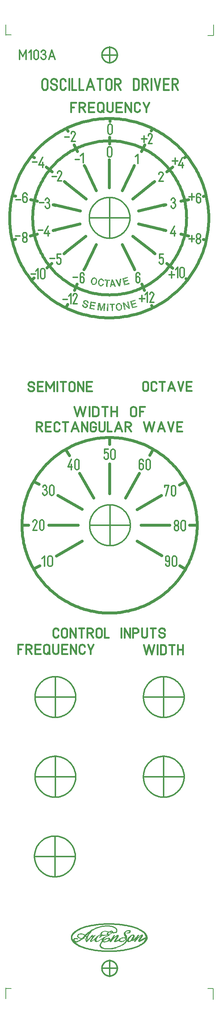
<source format=gbr>
G04 CAM350/DFMSTREAM V12.1 (Build 1022) Date:  Fri Oct 29 14:50:08 2021 *
G04 Database: D:\Mes documents\Projects\Modular Synth\M103A VCO driver\Front panel design\CAM350\M103A one layer render.cam *
G04 Layer 13: M103Afrontpanel.gbr *
%FSLAX23Y23*%
%MOIN*%
%SFA1.000B1.000*%

%MIA0B0*%
%IPPOS*%
%ADD10C,0.00394*%
%ADD11C,0.00551*%
%ADD12C,0.00787*%
%ADD13C,0.00866*%
%ADD14C,0.01024*%
%ADD15C,0.01102*%
%ADD16C,0.01181*%
%ADD17C,0.01260*%
%ADD18C,0.01496*%
%ADD19C,0.01654*%
%ADD70C,0.01732*%
%ADD71C,0.02520*%
%LNM103Afrontpanel.gbr*%
%LPD*%
G54D10*
X938Y6598D02*
G01X918Y6600D01*
Y6602*
X959Y6599*
X958Y6596*
X939Y6598*
X935Y6540*
X932*
X936Y6598*
X933Y6596*
X915Y6597*
Y6604*
X961Y6601*
X960Y6594*
X943Y6596*
X938Y6538*
X929Y6539*
X933Y6596*
X903Y6592D02*
G01X900Y6593D01*
X898Y6597*
X896Y6600*
X892Y6603*
X889Y6605*
X885Y6606*
X882Y6607*
X878Y6606*
X875Y6604*
X871Y6603*
X868Y6600*
X866Y6596*
X864Y6593*
X862Y6588*
X861Y6584*
X860Y6579*
Y6574*
X861Y6569*
X862Y6565*
X864Y6560*
X866Y6557*
X869Y6553*
X872Y6551*
X876Y6549*
X880*
X884*
X888Y6550*
X891Y6553*
X894Y6556*
X899Y6563*
X901*
X900Y6561*
Y6560*
X899Y6559*
X898Y6557*
X897*
X896Y6556*
X894Y6553*
X890Y6549*
X886Y6548*
X882Y6547*
X878*
X874Y6548*
X870Y6550*
X867Y6553*
X864Y6556*
X861Y6561*
X860Y6565*
X859Y6569*
X858Y6574*
Y6579*
Y6584*
X860Y6589*
X861Y6593*
X864Y6596*
X866Y6600*
X869Y6604*
X872Y6606*
X876Y6608*
X880Y6609*
X884*
X889Y6608*
X892Y6606*
X896Y6603*
X899Y6600*
X901Y6596*
Y6595*
X902Y6594*
Y6594*
X903*
Y6593*
X907Y6589*
X899Y6590*
X897Y6594*
X895Y6598*
X892Y6601*
X888Y6604*
X884*
X880*
X876Y6603*
X872Y6601*
X869Y6598*
X867Y6594*
X866Y6591*
X864Y6588*
Y6585*
Y6581*
X863Y6577*
Y6573*
X864Y6569*
Y6566*
X865Y6561*
X868Y6557*
X871Y6555*
X875Y6553*
X879Y6551*
X883*
X887Y6553*
X890Y6555*
X893Y6558*
X896Y6562*
Y6563*
Y6564*
Y6565*
X904Y6564*
Y6562*
Y6561*
X903Y6559*
X902Y6557*
X901Y6556*
X900Y6555*
X899Y6553*
X896Y6550*
X892Y6547*
X887Y6545*
X882*
X878*
X873*
X869Y6548*
X865Y6550*
X862Y6554*
X859Y6559*
X857Y6564*
X856Y6569*
X855Y6573*
Y6579*
X856Y6585*
Y6589*
X859Y6594*
X861Y6598*
X864Y6602*
X868Y6606*
X872Y6608*
X876Y6611*
X880Y6612*
X885*
X889Y6610*
X894Y6608*
X898Y6605*
X901Y6601*
X904Y6597*
Y6596*
X905Y6595*
Y6594*
X906Y6593*
Y6592*
X907Y6591*
Y6589*
X805Y6613D02*
G01X809Y6616D01*
X813Y6619*
X817Y6620*
X821Y6619*
X826Y6618*
X830Y6615*
X833Y6612*
X837Y6608*
X838Y6603*
X839Y6598*
X840Y6594*
Y6589*
X839Y6585*
X838Y6580*
X836Y6575*
X834Y6571*
X831Y6568*
X828Y6565*
X825Y6561*
X820Y6559*
X815Y6558*
X811*
X806Y6560*
X802Y6562*
X799Y6566*
X797Y6570*
X794Y6575*
X793Y6580*
Y6585*
Y6589*
Y6594*
X795Y6598*
X797Y6603*
X799Y6607*
X801Y6610*
X805Y6613*
X807Y6612*
X804Y6609*
X801Y6606*
X799Y6601*
X797Y6597*
X796Y6593*
Y6589*
X795Y6584*
X796Y6579*
X797Y6574*
X798Y6570*
X801Y6567*
X804Y6564*
X807Y6562*
X811Y6561*
X815*
X819*
X822Y6562*
X825Y6565*
X829Y6569*
X831Y6572*
X833Y6577*
X835Y6581*
X837Y6585*
Y6590*
Y6594*
Y6599*
X836Y6604*
X834Y6608*
X832Y6611*
X829Y6614*
X825Y6616*
X821Y6617*
X817*
X813Y6616*
X810*
X807Y6612*
X805Y6607*
X803Y6604*
X801Y6601*
X800Y6597*
X799Y6594*
X798Y6592*
Y6588*
X797Y6585*
Y6581*
X798Y6576*
X800Y6572*
X803Y6568*
X806Y6565*
X809Y6563*
X813Y6562*
X817Y6563*
X821Y6565*
X825Y6567*
X828Y6571*
X829Y6573*
X831Y6577*
X833Y6581*
Y6584*
X834Y6587*
X835Y6591*
Y6594*
Y6597*
X834Y6602*
X833Y6606*
X830Y6610*
X827Y6612*
X823Y6615*
X819Y6616*
X815Y6615*
X811Y6613*
X808Y6611*
X805Y6607*
X803Y6616*
X799Y6612*
X797Y6608*
X793Y6604*
X792Y6599*
X790Y6594*
Y6589*
Y6585*
Y6579*
X792Y6574*
X793Y6569*
X797Y6565*
X800Y6561*
X804Y6558*
X808Y6557*
X813Y6556*
X817*
X821Y6557*
X826Y6559*
X829Y6561*
X833Y6565*
X837Y6569*
X839Y6573*
X841Y6578*
X842Y6584*
X843Y6589*
Y6594*
X842Y6599*
X841Y6604*
X839Y6608*
X836Y6613*
X833Y6616*
X829Y6620*
X825Y6621*
X820Y6622*
X816*
X811Y6621*
X807Y6619*
X803Y6616*
X986Y6601D02*
G01X1009Y6541D01*
X1011*
X988Y6601*
X986*
X970Y6539*
X968Y6538*
X982Y6600*
X1006Y6539*
X1015Y6540*
X990Y6603*
X980Y6602*
X965Y6537*
X972*
X986Y6593*
X978Y6559*
X998Y6561*
X999Y6558*
X976Y6557*
Y6554*
X1001Y6556*
Y6554*
X976Y6552*
X1020Y6600D02*
G01X1048Y6545D01*
X1053*
X1061Y6607*
X1059*
X1051Y6551*
X1048Y6550*
X1022Y6600*
X1020*
X1016Y6602*
X1046Y6542*
X1055Y6543*
X1065Y6610*
X1056Y6609*
X1049Y6556*
X1051Y6543*
X1049Y6556*
X1025Y6604*
X1016Y6602*
X1083Y6612D02*
G01X1123Y6624D01*
Y6622*
X1087Y6611*
X1094Y6589*
X1128Y6597*
Y6595*
X1094Y6586*
X1102Y6558*
X1140Y6569*
Y6567*
X1099Y6555*
X1083Y6612*
X1079Y6614*
X1096Y6552*
X1104Y6561*
X1140Y6572*
X1142Y6565*
X1096Y6552*
X1104Y6561*
X1098Y6585*
X1130Y6594*
X1128Y6600*
X1096Y6592*
X1091Y6610*
X1126Y6620*
X1124Y6627*
X1079Y6614*
X1091Y6610*
X1079Y6614*
X983Y6376D02*
G01X964Y6375D01*
Y6378*
X1003Y6380*
X1004Y6376*
X985*
X987Y6317*
X985*
X982Y6376*
X979Y6374*
X962Y6373*
Y6380*
X1006Y6381*
Y6375*
X988Y6374*
X990Y6317*
X982Y6316*
X979Y6374*
X1024Y6370D02*
G01X1027Y6375D01*
X1030Y6378*
X1033Y6381*
X1038Y6383*
X1043Y6384*
X1048*
X1053Y6382*
X1057Y6379*
X1061Y6376*
X1064Y6372*
X1066Y6368*
X1069Y6363*
Y6359*
X1070Y6354*
Y6348*
Y6344*
X1069Y6341*
X1067Y6336*
X1065Y6331*
X1061Y6328*
X1057Y6325*
X1052Y6323*
X1047Y6322*
X1042*
X1037Y6324*
X1033Y6327*
X1030Y6330*
X1027Y6334*
X1025Y6338*
X1022Y6343*
Y6346*
X1021Y6352*
Y6356*
X1022Y6361*
Y6365*
X1024Y6370*
X1027*
X1026Y6366*
X1024Y6361*
Y6356*
Y6352*
X1025Y6347*
X1026Y6343*
X1028Y6339*
X1030Y6335*
X1032Y6331*
X1035Y6328*
X1039Y6326*
X1043Y6325*
X1047*
X1051*
X1055Y6326*
X1059Y6329*
X1062Y6332*
X1065Y6336*
X1066Y6340*
X1067Y6344*
Y6348*
Y6353*
X1066Y6358*
X1065Y6363*
X1064Y6367*
X1061Y6371*
X1058Y6375*
X1055Y6378*
X1051Y6380*
X1047Y6381*
X1043Y6382*
X1039Y6381*
X1035Y6380*
X1032Y6377*
X1030Y6374*
X1027Y6370*
Y6364*
X1026Y6360*
Y6357*
Y6353*
X1027Y6350*
Y6346*
X1029Y6344*
X1030Y6340*
X1031Y6337*
X1033Y6333*
X1036Y6329*
X1040Y6328*
X1045Y6326*
X1049*
X1053Y6328*
X1057Y6330*
X1061Y6333*
X1063Y6337*
X1064Y6341*
X1065Y6344*
Y6348*
Y6352*
Y6355*
X1064Y6359*
X1063Y6362*
X1061Y6366*
X1060Y6369*
X1057Y6373*
X1054Y6376*
X1050Y6378*
X1045Y6380*
X1041*
X1037Y6378*
X1033Y6376*
X1031Y6372*
X1029Y6368*
X1027Y6364*
X1022Y6372*
X1019Y6367*
X1018Y6362*
Y6356*
Y6351*
Y6346*
X1020Y6341*
X1022Y6337*
X1025Y6332*
X1028Y6328*
X1032Y6325*
X1035Y6322*
X1040Y6320*
X1045*
X1050*
X1055Y6321*
X1059Y6323*
X1064Y6326*
X1067Y6330*
X1069Y6334*
X1072Y6339*
X1073Y6344*
Y6348*
Y6354*
Y6359*
X1071Y6364*
X1069Y6369*
X1066Y6374*
X1063Y6378*
X1059Y6381*
X1055Y6384*
X1050Y6386*
X1045Y6387*
X1040Y6386*
X1035Y6385*
X1032Y6383*
X1028Y6380*
X1024Y6376*
X1022Y6372*
X1097Y6330D02*
G01X1085Y6390D01*
X1089*
X1139Y6338*
X1143Y6339*
X1130Y6399*
X1127Y6398*
X1137Y6344*
X1140Y6342*
X1133Y6348*
X1093Y6393*
X1082Y6391*
X1094Y6328*
X1104Y6330*
X1094Y6380*
X1088Y6388*
X1090Y6384*
X1100Y6331*
X1092Y6379*
X1094Y6380*
X1136Y6337*
X1146Y6338*
X1133Y6401*
X1123Y6400*
X1133Y6348*
X1154Y6403D02*
G01X1193Y6414D01*
X1194Y6411*
X1157Y6401*
X1164Y6378*
X1198Y6388*
X1199Y6385*
X1164Y6376*
X1173Y6348*
X1211Y6359*
Y6356*
X1170Y6344*
X1154Y6403*
X1150Y6404*
X1167Y6342*
X1175Y6351*
X1211Y6361*
X1213Y6355*
X1167Y6342*
X1175Y6351*
X1168Y6375*
X1201Y6384*
X1199Y6391*
X1167Y6381*
X1161Y6400*
X1196Y6410*
X1195Y6417*
X1150Y6404*
X1161Y6400*
X1150Y6404*
X940Y6379D02*
G01X939Y6317D01*
X943*
Y6379*
X947Y6380*
X937Y6381*
X935Y6317*
X946*
X947Y6380*
X854Y6326D02*
G01X860Y6383D01*
X857Y6385*
X868Y6384*
X880Y6328*
X883*
X905Y6380*
X915*
X909Y6320*
X907*
X913Y6378*
X912*
X907Y6321*
X906*
X911Y6378*
X907*
X884Y6323*
X878Y6324*
X865Y6382*
X860Y6383*
X855Y6325*
X852*
X857Y6385*
X856Y6388*
X871Y6387*
X882Y6333*
X880Y6321*
X879Y6325*
X883*
X882Y6333*
X904Y6384*
X918Y6382*
X911Y6317*
X904Y6318*
X908Y6376*
X885Y6321*
X876*
X863Y6380*
X857Y6323*
X849Y6324*
X856Y6388*
X788Y6398D02*
G01X829Y6390D01*
Y6388*
X791Y6395*
X786Y6371*
X821Y6364*
Y6361*
X785Y6368*
X782Y6341*
X819Y6333*
Y6331*
X778Y6339*
X788Y6398*
X785Y6400*
X774Y6337*
X785Y6342*
X821Y6335*
X820Y6329*
X774Y6337*
X785Y6342*
X789Y6365*
X822Y6359*
X823Y6366*
X790Y6372*
X793Y6392*
X830Y6385*
X832Y6392*
X785Y6400*
X793Y6392*
X785Y6400*
X758Y6392D02*
G01Y6394D01*
X757Y6396*
X756Y6399*
X755Y6400*
X754Y6403*
X753Y6404*
X750Y6405*
X749Y6407*
X746*
X743*
X741Y6408*
X738*
X735*
X733Y6407*
X730*
X728Y6406*
X726Y6404*
X724Y6401*
X723Y6399*
Y6396*
X724Y6393*
X725Y6391*
X726Y6388*
X728Y6387*
X748Y6376*
X750Y6374*
X753Y6372*
X754Y6368*
X755Y6365*
Y6361*
X754Y6358*
X752Y6355*
X750Y6352*
X747Y6350*
X743Y6348*
X739*
X734*
X730*
X726Y6349*
X722Y6351*
X719Y6353*
X717Y6356*
X716Y6357*
X715Y6359*
X714Y6361*
X713Y6363*
Y6365*
Y6368*
Y6369*
X715Y6368*
Y6367*
X716Y6365*
Y6363*
X717Y6361*
X718Y6360*
X719Y6358*
Y6356*
X722Y6354*
X725Y6352*
X728Y6351*
X731Y6350*
X734*
X738*
X742Y6351*
X745Y6352*
X747Y6353*
X750Y6356*
X751Y6358*
X752Y6361*
Y6364*
X751Y6367*
X750Y6370*
X749Y6372*
X746Y6374*
X727Y6384*
X724Y6386*
X722Y6389*
X721Y6392*
X720Y6396*
X721Y6400*
X722Y6404*
X725Y6407*
X727Y6408*
X730Y6409*
X734Y6410*
X736Y6411*
X739*
X742Y6410*
X745*
X747Y6409*
X750Y6407*
X753*
X754Y6406*
X756Y6404*
X758Y6403*
Y6400*
X759Y6398*
X760Y6396*
X761Y6393*
Y6391*
X763Y6388*
X764Y6391*
Y6393*
X763Y6396*
Y6398*
X762Y6400*
X761Y6403*
X759Y6404*
X758Y6406*
X755Y6407*
X752Y6409*
X748Y6411*
X745*
X741Y6412*
X738*
X734*
X730Y6411*
X726*
X723Y6408*
X720Y6406*
X719Y6403*
Y6399*
X718Y6395*
X719Y6391*
Y6387*
X722Y6384*
X725Y6382*
X744Y6372*
X746Y6370*
X747Y6368*
X749Y6366*
Y6364*
Y6361*
X748Y6359*
X747Y6357*
X746Y6356*
X743Y6354*
X740Y6353*
X738Y6352*
X734*
X731Y6353*
X728Y6354*
X726Y6356*
X723Y6357*
X721Y6360*
X720*
X719Y6362*
Y6364*
Y6365*
Y6367*
Y6368*
Y6370*
X711Y6372*
X710Y6369*
Y6367*
Y6364*
X711Y6362*
Y6360*
X712Y6357*
X714Y6355*
X716Y6353*
X719Y6351*
X722Y6349*
X725Y6348*
X729Y6346*
X732Y6345*
X736*
X740*
X744Y6346*
X746Y6347*
X749Y6348*
X750Y6349*
X753Y6351*
X754Y6353*
X756Y6356*
X757Y6358*
X758Y6360*
Y6363*
Y6366*
Y6368*
X757Y6371*
X756Y6373*
X754Y6375*
X753Y6377*
X750Y6378*
X730Y6389*
X729Y6390*
X728Y6391*
X727Y6392*
Y6393*
X726Y6395*
Y6396*
Y6397*
Y6399*
X727Y6400*
X728Y6402*
X729Y6404*
X730*
X731Y6405*
X733Y6406*
X735*
X738Y6407*
X740*
X743Y6406*
X746Y6405*
X747Y6404*
X750Y6403*
X751Y6401*
X753Y6400*
X754Y6399*
Y6397*
Y6396*
X755Y6394*
Y6392*
X754Y6391*
X763Y6388*
G54D11*
X961Y604D02*
G01X966Y609D01*
X969Y610*
X971Y611*
X974Y612*
X979*
X981Y610*
X975Y611*
X974Y610*
X971*
X969Y608*
X967Y607*
X966Y604*
X969Y602*
X972Y601*
X978Y600*
X888Y577D02*
G01X894D01*
X896Y574*
X901Y573*
X906*
X911*
X917*
X922*
X927Y574*
X931Y575*
X935Y577*
X940Y576*
X933Y574*
X925Y573*
X919Y572*
X913Y571*
X906*
X893*
X943Y576D02*
G01X947Y579D01*
X950Y580*
X954Y581*
X960Y583*
X966Y585*
X969Y586*
X974Y589*
X977Y591*
X978Y592*
X979Y595*
X989Y599*
X986Y596*
X980Y593*
X975Y589*
X970Y587*
X964Y584*
X959Y581*
X951Y579*
X798Y570D02*
G01X801Y575D01*
X804Y577*
X806*
X818Y568D02*
G01X821Y570D01*
X828Y573*
X824Y569*
X896Y542D02*
G01X894Y536D01*
X893Y532*
X892Y527*
Y523*
Y521*
X894Y517*
X897Y514*
X901*
X904Y512*
X907Y511*
X910Y510*
X919Y511*
X923Y512*
X929Y514*
X939Y517*
X947Y519*
X957Y524*
X968Y529*
X979Y536*
X976Y534*
X962Y528*
X963Y531*
Y537*
X964Y541*
X963Y544*
X960Y546*
X958Y547*
X951Y548*
X947Y547*
X941Y545*
X933Y542*
X923Y537*
X915Y533*
X907Y528*
X903Y526*
X902Y530*
X903Y533*
X904Y538*
X907Y541*
X909Y545*
X915Y550*
X919Y553*
X922Y556*
X927Y559*
X905Y547D02*
G01X899Y537D01*
X897Y528*
X898Y520*
X902Y523*
X901Y524*
X902Y523*
X904Y526*
X900Y522D02*
G01X904Y526D01*
X913Y531*
X922Y535*
X929Y540*
X932Y541*
X937Y543*
X942Y544*
X947*
X951Y543*
X954Y541*
X955Y537*
Y533*
X953Y530*
X952Y526*
X949Y525*
X946Y522*
X943Y519*
X938Y517*
X932Y515*
X927Y514*
X919Y513*
X913Y514*
X910Y515*
X907Y516*
X906Y517*
X904Y520*
X901Y517*
X953Y545D02*
G01X960Y541D01*
X959Y533*
X958Y526*
X978Y532D02*
G01Y537D01*
X998Y568*
X999Y569*
X1004Y570*
X1002*
X1006Y572*
X1009*
X1010*
X1000Y557*
X994Y544*
X998Y545*
X1002Y548*
X1003Y549*
X1011Y557*
X1018Y562*
X1022Y565*
X1026Y569*
X1030Y570*
X1033Y572*
X1034Y573*
X1038*
X1041Y570*
Y569*
Y564*
X1037Y556*
X1019Y528*
X1018Y525*
X1017Y522*
X1020Y520*
X1022Y519*
X1026Y520*
X1030Y522*
X1036Y526*
X1041Y528*
X1045Y530*
X1046Y533*
X1047Y534*
X1049Y538*
X1054Y541*
X1059Y544*
X1064Y545*
X1069Y548*
X1074Y549*
X1081*
X1088*
X1094*
X1099*
X1103*
X1108Y546*
X1116Y538*
X1122Y528*
X974Y530D02*
G01X970Y525D01*
X965Y513*
X972Y514*
X978Y520*
X986Y530*
X998Y542*
X1010Y553*
X1019Y561*
X1025Y565*
X1030*
X1032*
X1030Y558*
X1011Y531*
X1007Y524*
X1006Y521*
Y516*
Y514*
X1009Y513*
X1010Y512*
X1016*
X1019Y514*
X1032Y520*
X1041Y524*
X1045Y525*
X1047Y522*
X1048Y521*
X1049Y519*
X1054Y517*
X1057Y516*
X1061Y515*
X1074*
X1081Y517*
X1088Y518*
X1096Y522*
X1102Y526*
X1109Y532*
X1112Y534*
X1109Y541*
Y543*
X1107Y544*
X1103Y546*
X1098Y548*
X1094Y549*
X1089*
X1081Y547*
X1073Y546*
X1068Y544*
X1064Y542*
X1061Y539*
X1057Y535*
X1056Y532*
X1054Y529*
X1055Y525*
X1057Y521*
X1060Y518*
X1064Y517*
X1068*
X1077*
X1083Y518*
X1089Y520*
X1094Y524*
X1100Y528*
X1104Y531*
X1107Y534*
X1108Y537*
X1110Y541*
X1057Y540D02*
G01X1052Y533D01*
X1046Y528*
X1050Y529*
X1053Y522*
X1020Y516D02*
G01X1014Y517D01*
X1010Y518*
X1013Y522*
X1026Y545*
X1037Y566*
X1033Y568*
X1003Y569D02*
G01X971Y518D01*
X994Y544*
X896Y523D02*
G01X892Y518D01*
X884Y507*
X879Y498*
X875Y490*
X873Y484*
Y474*
X875Y469*
X877Y467*
X880Y462*
X886Y458*
X893Y454*
X898Y452*
X907Y450*
X905Y451D02*
G01X907Y450D01*
X916Y447*
X923*
X961*
X986Y448*
X996Y451*
X1009Y454*
X1020Y458*
X1015Y455D02*
G01X1025Y459D01*
X1041Y466*
X1054Y470*
X1066Y476*
X1081Y483*
X1091Y490*
X1100Y498*
X1107Y504*
X1112Y509*
X1116Y514*
X1118Y518*
X1121Y524*
X1115Y532*
Y527*
X1112Y520*
X1109Y514*
X1103Y507*
X1097Y501*
X1086Y491*
X1075Y484*
X1065Y478*
X1056Y474*
X1043Y469*
X1031Y464*
X1018Y460*
X1003Y456*
X994Y455*
X985Y452*
X973Y451*
X963*
X942Y450*
X933*
X923Y451*
X915*
X907Y454*
X900Y457*
X895Y459*
X891Y461*
X888Y464*
X884Y467*
X882Y470*
X880Y472*
Y476*
X879Y480*
Y485*
X880Y490*
X882Y495*
X884Y501*
X888Y506*
X892Y511*
X896Y516*
X874Y481D02*
G01X880Y468D01*
X888Y459*
X1108Y506D02*
G01X1120Y526D01*
X1109Y543D02*
G01X1110Y548D01*
X1111Y550*
X1110Y553*
X1109Y556*
X1100Y570*
X1097Y575*
X1096Y579*
X1095Y582*
Y588*
X1096Y593*
X1098Y596*
X1102Y601*
X1106Y605*
X1112Y609*
X1118Y612*
X1123Y614*
X1128Y616*
X1132*
X1145*
X1149*
X1152Y613*
X1153Y611*
X1152Y607*
X1151Y602*
X1147Y598*
X1140Y595*
X1134Y594*
X1128Y593*
X1125*
X1120*
X1121*
X1126*
X1128Y594*
X1136Y596*
X1141Y599*
X1143Y600*
X1144Y604*
X1145Y606*
Y608*
X1144Y611*
X1143Y612*
X1142Y613*
X1140Y614*
X1136Y615*
X1132*
X1128Y614*
X1126*
X1121Y612*
X1116Y610*
X1113Y608*
X1109Y604*
X1106Y600*
X1104Y596*
Y590*
X1105Y586*
X1107Y581*
X1117Y564*
X1120Y559*
Y553*
Y548*
X1119Y545*
X1116Y541*
X1113Y542*
X1117Y557*
X1114*
X1112Y565*
X1109*
X1103Y577*
X1100Y585*
Y596*
X1108Y605*
X1116Y611*
X1124Y614*
X1132Y616*
X1144*
X1149Y612*
X1148Y604*
X1124Y528D02*
G01Y532D01*
X1125*
X1127Y535*
X1128Y541*
X1131Y545*
X1136Y552*
X1141Y557*
X1146Y561*
X1151Y565*
X1156Y569*
X1161Y572*
X1167Y575*
X1171Y576*
X1177*
X1182Y575*
X1184Y573*
X1187Y570*
Y565*
X1188Y561*
X1187Y556*
X1183Y549*
X1181Y545*
X1178Y540*
X1175Y536*
X1172Y533*
X1173Y532*
X1161Y523*
X1156Y520*
X1151Y517*
X1145Y516*
X1141Y514*
X1135*
X1132Y515*
X1128Y517*
X1126Y519*
X1124Y522*
X1136Y526*
Y529*
Y533*
X1139Y537*
X1140Y542*
X1144Y548*
X1148Y553*
X1151Y557*
X1154Y561*
X1157Y565*
X1160Y567*
X1163Y570*
X1167Y572*
X1171Y573*
X1173*
X1177Y572*
X1179Y569*
X1180Y565*
Y561*
X1179Y558*
X1173Y553*
X1169Y547*
X1167Y541*
X1164Y537*
X1163Y532*
X1162Y530*
X1159Y526*
X1155Y523*
X1151Y520*
X1147Y518*
X1144*
X1140*
Y519*
X1137Y521*
X1136Y525*
X1130Y521*
X1135Y518*
X1128Y526*
X1130Y530*
X1136Y545*
X1148Y559*
X1161Y571*
X1170Y574*
X1178*
X1183Y565*
X1182Y553*
X1163Y529*
X1179Y553*
X1250Y612D02*
G01X1265Y603D01*
X1277Y593*
X1284Y583*
X1289Y577*
X1293Y567*
X1297Y557*
X1292Y539*
Y532*
X1270Y498D02*
G01X1279Y513D01*
X1285Y522*
X1289Y526*
Y530*
X1293Y536*
X1281Y600D02*
G01X1285Y597D01*
X1295Y587*
X1300Y578*
X1305Y571*
X1306Y564*
X1307Y556*
Y543*
Y539*
X1305Y532*
X1300Y525*
X1296Y518*
X1289Y510*
X1162Y528D02*
G01X1166Y525D01*
X1171Y523*
X1173*
X1177Y526*
X1181Y528*
X1195Y539*
X1199Y537*
X1200Y535*
X1199Y534*
Y533*
X1187Y516*
X1196Y518*
X1198*
X1203Y526*
X1211Y534*
X1220Y545*
X1226Y551*
X1234Y558*
X1240Y563*
X1245Y566*
X1249Y569*
X1254Y568*
X1252Y562*
X1249Y557*
X1229Y527*
X1228Y523*
Y519*
X1229Y518*
X1232Y516*
X1234Y515*
X1238Y516*
X1242Y518*
X1292Y544*
X1299Y555*
X1295Y553*
X1240Y525*
X1242Y532*
X1262Y561*
X1264Y567*
X1265Y571*
X1264Y574*
X1262Y576*
X1258*
X1253Y574*
X1247Y571*
X1238Y565*
X1224Y551*
X1219Y546*
X1220Y555*
Y558*
X1232Y574*
Y575*
X1227*
X1222Y573*
X1220Y570*
X1214Y560*
X1196Y543*
X1186Y533*
X1180Y530*
X1179*
X1175*
X1170Y526*
X1176Y527*
X1183Y532*
X1192Y537*
X1203Y543*
X1201Y533*
X1195Y522*
X1218Y547*
X1204Y538*
X1219Y554*
X1203Y544*
X1219Y560*
X1226Y571*
X1212Y546*
X1222Y550*
X1226Y552*
X1231Y557*
X1239Y564*
X1247Y569*
X1257Y573*
X1262Y572*
X1231Y522*
X1237Y523*
X1234Y519*
X1292Y548*
X1234Y518*
X1236Y528*
X1258Y569*
X1101Y575D02*
G01X1108Y561D01*
X1116Y559*
Y554D02*
G01X1111Y568D01*
X1104Y580*
X1096Y583*
X1105Y572*
X1116Y544*
X1112Y534*
X1120Y528*
X1128Y525*
X1133Y543*
X896Y530D02*
G01X897Y519D01*
X906Y514*
G54D12*
X1914Y8848D02*
G01X1864D01*
X1915Y85D02*
G01Y-15D01*
X1918Y8851D02*
G01X1917Y8947D01*
X774Y4343D02*
G01X1148Y4344D01*
X857Y7171D02*
G01X1062D01*
X960Y7274D02*
G01Y7069D01*
X1914Y85D02*
G01X1864D01*
X56D02*
G01X6D01*
X56Y8852D02*
G01X6D01*
X5Y8850D02*
G01X4Y8947D01*
X5Y89D02*
G01X4Y-11D01*
X737Y570D02*
G01X734Y573D01*
X729Y577*
X724Y580*
X721Y581*
X715Y583*
X711Y585*
X704Y586*
X699Y587*
X692*
X685Y585*
X680Y584*
X676Y582*
X672Y579*
X669Y574*
X667Y570*
X666Y566*
Y564*
X667Y560*
X666Y561*
X668Y558*
X671Y554*
X668Y558*
X670Y556*
X672Y553*
X675Y551*
X679Y549*
X682*
X686Y547*
X687Y546*
X692Y545*
X699Y544*
X713*
X728*
X730Y545*
X701Y544*
X692Y545*
X686Y548*
X680Y550*
X675Y553*
X674Y555*
X672Y557*
X671Y558*
Y560*
X670Y563*
Y566*
Y569*
X671Y572*
X672Y576*
X675Y578*
X679Y581*
X683Y584*
X690Y585*
X696*
X705*
X713Y583*
X718Y581*
X721Y579*
X727Y575*
X730Y573*
X734Y571*
X729Y565*
X714Y550*
X708Y545*
X724Y558D02*
G01X736Y573D01*
X742Y580*
X749Y586*
X754Y590*
X757Y593*
X734Y570D02*
G01X739Y565D01*
X746Y560*
X751Y553*
X747Y549*
X745Y543*
X743Y540*
X742Y535*
Y530*
Y526*
X744Y522*
X746Y518*
X748Y516*
X749Y514*
X751Y515*
X754Y516*
X760Y522*
X771Y533*
X776Y540*
X781Y546*
X790Y557*
X791Y559*
X790Y558*
X807Y560*
X806Y555*
X805Y552*
X800Y545*
X795Y540*
X791Y534*
X788Y530*
X785Y526*
X784Y522*
Y519*
X785Y518*
X787Y516*
X789Y515*
X794Y516*
X800Y519*
X806Y523*
X813Y529*
X821Y535*
X829Y544*
X838Y551*
X844Y559*
X848Y563*
X854Y566*
X859Y569*
X863Y571*
X867Y573*
X869Y574*
X876*
X885*
X736Y573D02*
G01X741Y568D01*
X755Y551*
X748Y543*
X746Y539*
X744Y535*
X743Y530*
X744Y526*
X745Y522*
X747Y519*
X752Y520*
X753Y522*
Y524*
X754Y526*
X756Y530*
Y531*
X757Y534*
Y537*
Y547*
Y545*
Y541*
X758Y536*
Y529*
X762Y530*
X763Y531*
X766Y532*
X770Y535*
X776Y542*
X782Y549*
X787Y557*
X790Y561*
X793Y565*
X797Y569*
X799Y572*
X802Y574*
X800Y569*
X803Y566*
X805Y565*
X806*
X810Y566*
X813Y567*
X818Y568*
X821Y569*
X824Y570*
X806Y548*
X797Y533*
X793Y529*
Y526*
Y522*
X795Y520*
X797*
X798Y519*
X792Y517*
X788Y522*
X750Y553D02*
G01X753Y559D01*
X758Y567*
X765Y577*
X770Y586*
X776Y593*
X780Y599*
X782Y603*
X791Y607*
X785Y598*
X780Y591*
X773Y582*
X766Y573*
X762Y565*
X754Y554*
X785Y602D02*
G01X791Y608D01*
X795Y612*
X798Y615*
X803Y619*
X807Y621*
X810Y624*
X813Y625*
X815Y627*
X819Y629*
X823Y632*
X826Y633*
X830Y636*
X833*
X839Y639*
X635Y520D02*
G01Y527D01*
X633Y530*
Y532*
X634Y533*
X636Y536*
Y537*
X638Y539*
X640Y541*
X643Y542*
X648Y544*
X652*
X826Y539D02*
G01Y532D01*
Y524*
X827Y522*
X828Y519*
X830Y518*
X833Y516*
X836Y515*
X839*
X842*
X848Y516*
X853Y518*
X859Y521*
X865Y524*
X873Y530*
X880Y533*
X884Y537*
X891Y541*
X899Y545*
X909Y552*
X915Y555*
X919Y557*
X924Y559*
X929Y561*
X935Y563*
X940Y565*
X945Y566*
X950Y569*
X954*
X959*
X960Y570*
X956*
X952Y572*
X948Y576*
X946Y578*
X945Y580*
X944Y582*
Y585*
X945Y588*
X946Y591*
X947Y594*
X949Y596*
X951Y599*
X957Y604*
X962Y607*
X966Y608*
X865Y572D02*
G01X860Y569D01*
X856Y565*
X852Y560*
X847Y554*
X844Y550*
X841Y544*
X839Y539*
X837Y534*
X836Y530*
Y526*
X837Y523*
X838Y520*
X840Y519*
X843Y518*
X846*
X848*
X852*
X854*
X841Y549D02*
G01X832Y538D01*
X831Y532*
X833Y521*
X796Y562D02*
G01X813Y563D01*
X870Y556D02*
G01X868D01*
X873Y559*
X875Y561*
X877Y564*
Y567*
Y570*
X876Y572*
X875Y573*
X872*
X870Y556D02*
G01Y555D01*
X875Y556*
X878Y558*
X880Y561*
X884Y563*
Y565*
Y568*
X888Y571*
X892Y573*
Y572*
X881Y577*
X880*
Y587*
X881Y590*
X882Y593*
X884Y595*
X886Y598*
X889Y601*
X892Y604*
X896Y605*
X901Y607*
X906Y608*
X910Y610*
X916*
X923*
X928Y609*
X932Y608*
X939*
X944Y606*
X949Y604*
X952*
X956*
X893Y573D02*
G01X892Y576D01*
X889Y577*
X888Y580*
Y581*
X887Y584*
Y585*
Y589*
X888Y592*
Y594*
X889Y596*
X891Y598*
X892Y600*
X895Y603*
X898Y605*
X901Y607*
X953Y602D02*
G01X947Y599D01*
X943Y596*
X942Y594*
X940Y591*
X939Y589*
X938Y585*
Y581*
Y577*
X939*
X946Y572*
X963Y606D02*
G01X966Y608D01*
X959Y603*
X960Y602*
X967Y601*
X973Y600*
X979Y599*
X990Y600*
X986D02*
G01Y604D01*
Y606*
X985Y608*
X984Y610*
X982Y611*
X979Y612*
X985Y611*
X989Y610*
X990Y608*
X991*
Y604*
X904Y7171D02*
G01X1014D01*
X959Y7226D02*
G01Y7116D01*
G54D13*
X777Y7170D02*
G01X1140Y7171D01*
X960Y6979D02*
G01Y7358D01*
X964Y4156D02*
G01Y4531D01*
G54D14*
X1012Y641D02*
G01X1018Y636D01*
X1021Y632*
X1024Y627*
X1026Y620*
Y614*
X1024Y609*
X1022Y605*
X1020Y604*
X1017Y602*
X782Y443D02*
G01X744Y455D01*
X712Y467*
X697Y471*
X684Y478*
X671Y484*
X664Y488*
X657Y493*
X653Y496*
X648Y500*
X645Y503*
X644Y505*
X640Y514*
X704Y539D02*
G01X719Y550D01*
X724Y556*
X731Y563*
X740Y573*
X747Y581*
X754Y587*
X758Y593*
X624Y515D02*
G01X627Y526D01*
X628Y531*
X629Y533*
X631Y537*
X632Y541*
X635Y543*
X637Y544*
X640Y545*
X642*
X659Y515D02*
G01X670Y519D01*
X679Y523*
X685Y527*
X693Y532*
X702Y537*
X715Y549*
X745Y579*
X754Y589*
X766Y599*
X774Y605*
X785Y614*
X798Y622*
X811Y628*
X828Y636*
X844Y643*
X860Y648*
X878Y653*
X895Y657*
X908Y658*
X919Y659*
X955*
X967Y658*
X974Y657*
X990Y652*
X1003Y647*
X1014Y640*
X1020Y634*
X1024Y628*
X1026Y620*
Y613*
Y608*
X1023Y604*
X1018Y601*
X1010Y599*
X999Y598*
X990*
G54D15*
X660Y516D02*
G01X659D01*
Y515*
X658*
X657*
Y515*
X656*
X655*
X654*
X653*
X652*
X651*
X650*
X649*
X648*
Y516*
X647*
X646*
Y517*
X645*
X644*
Y518*
X643*
X642*
X641*
X640*
Y519*
X639Y520*
X638Y521*
X637Y522*
X636*
X635Y523*
Y524*
X634*
Y525*
X633Y526*
X632*
Y527*
Y528*
Y529*
Y530*
Y531*
Y532*
Y532*
Y533*
Y534*
Y535*
Y536*
Y537*
X633*
X634Y538*
Y539*
X635*
Y540*
X636Y541*
X637*
X638Y542*
X639*
Y543*
X640*
Y544*
X641*
X642Y545*
X643*
X644*
X645*
X646*
X647*
X648*
X649*
X650*
X651*
X652*
X653*
X654*
X655*
X656*
X657Y544*
Y544*
X658*
Y543*
X659*
X660*
Y542*
X661*
X662*
X663Y541*
X664*
Y540*
X665Y539*
G54D16*
X274Y2031D02*
G01X649D01*
X462Y2219D02*
G01Y1844D01*
X1616Y1926D02*
G01X1613Y1923D01*
X1611Y1919*
X1609Y1917*
X1607Y1914*
X1604Y1911*
X1602Y1908*
X1600Y1906*
X1596Y1904*
X1594Y1901*
X1593Y1898*
X1590Y1896*
X1587Y1893*
X1585Y1891*
X1581Y1888*
X1579Y1886*
X1576Y1884*
X1573Y1881*
X1570Y1879*
X1567Y1877*
X1564Y1875*
X1561Y1872*
X1557Y1871*
X1554Y1868*
X1551Y1867*
X1548Y1865*
X1545Y1863*
X1541Y1861*
X1538Y1860*
X1534Y1858*
X1532Y1856*
X1529*
X1525Y1854*
X1522Y1853*
X1518Y1852*
X1514Y1851*
X1510Y1849*
X1507Y1848*
X1503*
X1500Y1847*
X1496Y1846*
X1492Y1845*
X1489Y1844*
X1485*
X1482*
X1478*
X1474*
X1470*
X1467*
X1463*
X1460*
X1456*
X1452*
X1449*
X1445*
X1441*
X1438*
X1434*
X1430*
X1427Y1845*
X1423Y1846*
X1419Y1847*
X1415Y1848*
X1411*
X1408Y1849*
X1405Y1851*
X1402Y1852*
X1399Y1853*
X1395Y1854*
X1392Y1856*
X1388Y1857*
X1384Y1858*
X1381Y1860*
X1378Y1861*
X1375Y1863*
X1371Y1865*
X1368Y1867*
X1364Y1868*
X1361Y1871*
X1358Y1872*
X1355Y1875*
X1352Y1877*
X1348Y1879*
X1346Y1881*
X1344Y1884*
X1341Y1886*
X1338Y1888*
X1335Y1891*
X1333Y1893*
X1330Y1896*
X1327Y1898*
X1325Y1901*
X1322Y1904*
X1320Y1906*
X1317Y1908*
X1315Y1911*
X1313Y1914*
X1310Y1917*
X1308Y1919*
X1306Y1923*
X1304Y1926*
X1301Y1929*
X1300Y1932*
X1297Y1935*
X1296Y1939*
X1294Y1942*
X1292Y1946*
X1290Y1949*
X1289Y1952*
X1287Y1955*
X1285Y1959*
Y1963*
X1283Y1966*
X1282Y1969*
Y1972*
X1281Y1975*
X1279Y1979*
X1278Y1982*
Y1986*
X1277Y1990*
X1276Y1994*
X1275Y1998*
X1274Y2001*
Y2005*
Y2009*
Y2012*
X1273Y2016*
Y2020*
Y2023*
Y2027*
Y2031*
Y2033*
Y2037*
Y2041*
Y2045*
X1274Y2049*
Y2053*
Y2056*
Y2060*
X1275Y2063*
X1276Y2067*
X1277Y2071*
X1278Y2074*
Y2078*
X1279Y2081*
X1281Y2085*
X1282Y2089*
Y2093*
X1283Y2095*
X1285Y2099*
X1286Y2102*
X1287Y2105*
X1289Y2109*
X1290Y2112*
X1292Y2116*
X1294Y2119*
X1296Y2122*
X1297Y2125*
X1300Y2128*
X1301Y2132*
X1304Y2135*
X1306Y2138*
X1308Y2141*
X1310Y2144*
X1313Y2147*
X1315Y2150*
X1317Y2152*
X1320Y2156*
X1322Y2157*
X1325Y2160*
X1327Y2163*
X1330Y2165*
X1333Y2167*
X1335Y2171*
X1338Y2173*
X1341Y2175*
X1344Y2178*
X1346Y2180*
X1348Y2182*
X1352Y2184*
X1355Y2187*
X1358Y2189*
X1361Y2191*
X1364Y2192*
X1368Y2195*
X1371Y2196*
X1375Y2198*
X1378Y2199*
X1381Y2201*
X1384Y2203*
X1388Y2204*
X1392Y2205*
X1395Y2207*
X1399Y2208*
X1402Y2209*
X1405Y2210*
X1408Y2211*
X1411Y2212*
X1415Y2213*
X1419Y2214*
X1423Y2215*
X1427*
X1430Y2216*
X1434Y2217*
X1438*
X1441Y2218*
X1445*
X1449Y2219*
X1452*
X1456*
X1460*
X1463*
X1467*
X1470*
X1474Y2218*
X1478*
X1482Y2217*
X1485*
X1489Y2216*
X1492Y2215*
X1496*
X1500Y2214*
X1503Y2213*
X1507Y2212*
X1510Y2211*
X1514Y2210*
X1518Y2209*
X1522Y2208*
X1525Y2207*
X1529Y2205*
X1532Y2204*
X1534Y2203*
X1538Y2201*
X1541Y2199*
X1545Y2198*
X1548Y2196*
X1551Y2195*
X1554Y2192*
X1557Y2191*
X1561Y2189*
X1564Y2187*
X1567Y2184*
X1570Y2182*
X1573Y2180*
X1576Y2178*
X1579Y2175*
X1581Y2173*
X1585Y2171*
X1587Y2167*
X1590Y2165*
X1593Y2163*
X1594Y2160*
X1596Y2157*
X1600Y2156*
X1602Y2152*
X1604Y2150*
X1607Y2147*
X1609Y2144*
X1611Y2141*
X1613Y2138*
X1616Y2135*
X1618Y2132*
X1620Y2128*
X1621Y2125*
X1624Y2122*
X1625Y2119*
X1627Y2116*
X1628Y2112*
X1630Y2109*
X1632Y2105*
X1633Y2102*
X1634Y2099*
X1636Y2095*
X1637Y2093*
X1638Y2089*
X1639Y2085*
X1640Y2081*
X1641Y2078*
X1642Y2074*
X1643Y2071*
X1644Y2067*
Y2063*
X1645Y2060*
X1646Y2056*
Y2053*
X1647Y2049*
Y2045*
X1648Y2041*
Y2037*
Y2033*
Y2031*
Y2027*
Y2023*
Y2020*
X1647Y2016*
Y2012*
X1646Y2009*
Y2005*
X1645Y2001*
X1644Y1998*
Y1994*
X1643Y1990*
X1642Y1986*
X1641Y1982*
X1640Y1979*
X1639Y1975*
X1638Y1972*
X1637Y1969*
X1636Y1966*
X1634Y1963*
X1633Y1959*
X1632Y1955*
X1630Y1952*
X1628Y1949*
X1627Y1946*
X1625Y1942*
X1624Y1939*
X1621Y1935*
X1620Y1932*
X1618Y1929*
X1616Y1926*
X1272Y2031D02*
G01X1648D01*
X1459Y2219D02*
G01X1460Y1844D01*
X613Y1193D02*
G01X611Y1190D01*
X608Y1187*
X607Y1184*
X604Y1181*
X602Y1178*
X600Y1175*
X597Y1172*
X594Y1170*
X593Y1167*
X590Y1164*
X588Y1162*
X585Y1159*
X582Y1157*
X579Y1156*
X577Y1153*
X573Y1151*
X570Y1148*
X568Y1146*
X565Y1144*
X561Y1142*
X558Y1140*
X555Y1138*
X552Y1136*
X549Y1134*
X545Y1132*
X542Y1130*
X539Y1128*
X536Y1127*
X532Y1125*
X530Y1124*
X526Y1123*
X522Y1121*
X519Y1120*
X515Y1119*
X512Y1118*
X508Y1116*
X505*
X501Y1115*
X498Y1114*
X494Y1113*
X490Y1112*
X486*
X482*
X479Y1111*
X475*
X471Y1110*
X469*
X465*
X461*
X458Y1109*
X454Y1110*
X450*
X447*
X443*
X439Y1111*
X435*
X431Y1112*
X427*
X424*
X420Y1113*
X416Y1114*
X413Y1115*
X409Y1116*
X407*
X403Y1118*
X400Y1119*
X396Y1120*
X392Y1121*
X389Y1123*
X386Y1124*
X383Y1125*
X379Y1127*
X376Y1128*
X372Y1130*
X369Y1132*
X366Y1134*
X363Y1136*
X360Y1138*
X356Y1140*
X353Y1142*
X350Y1144*
X347Y1146*
X344Y1148*
X342Y1151*
X339Y1153*
X336Y1156*
X333Y1157*
X330Y1159*
X328Y1162*
X325Y1164*
X322Y1167*
X320Y1170*
X317Y1172*
X315Y1175*
X313Y1178*
X310Y1181*
X308Y1184*
X305Y1187*
X304Y1190*
X301Y1193*
X299Y1196*
X297Y1199*
X296Y1203*
X293Y1206*
X292Y1209*
X290Y1213*
X289Y1216*
X287Y1219*
X285Y1222*
X284Y1226*
X282Y1229*
Y1232*
X281Y1236*
X279Y1239*
X278Y1242*
Y1246*
X276Y1250*
X275Y1254*
X274Y1257*
Y1261*
X273Y1265*
X272Y1268*
Y1272*
X271Y1276*
Y1279*
X270Y1282*
Y1286*
Y1289*
Y1293*
Y1297*
Y1301*
Y1305*
Y1309*
Y1312*
X271Y1316*
Y1320*
X272Y1323*
Y1327*
X273Y1330*
X274Y1334*
Y1338*
X275Y1341*
X276Y1344*
X278Y1348*
Y1352*
X279Y1355*
X281Y1359*
X282Y1362*
Y1366*
X284Y1369*
X285Y1372*
X287Y1376*
X289Y1380*
X290Y1383*
X292Y1386*
X293Y1389*
X296Y1392*
X297Y1396*
X299Y1399*
X301Y1402*
X304Y1405*
X305Y1407*
X308Y1410*
X310Y1413*
X313Y1416*
X315Y1419*
X317Y1422*
X320Y1424*
X322Y1427*
X325Y1430*
X328Y1432*
X330Y1435*
X333Y1438*
X336Y1440*
X339Y1443*
X342Y1445*
X344Y1447*
X347Y1449*
X350Y1451*
X353Y1454*
X356Y1456*
X360Y1458*
X363Y1459*
X366Y1462*
X369Y1463*
X372Y1465*
X376Y1467*
X379Y1468*
X383Y1469*
X386Y1470*
X389Y1471*
X392Y1473*
X396Y1474*
X400Y1475*
X403Y1476*
X407Y1478*
X409*
X413Y1479*
X416Y1480*
X420Y1481*
X424Y1482*
X427*
X431*
X435Y1483*
X439*
X443Y1484*
X447*
X450*
X454*
X458*
X461*
X465*
X469*
X471*
X475Y1483*
X479*
X482Y1482*
X486*
X490*
X494Y1481*
X498Y1480*
X501Y1479*
X505Y1478*
X508*
X512Y1476*
X515Y1475*
X519Y1474*
X522Y1473*
X526Y1471*
X530Y1470*
X532Y1469*
X536Y1468*
X539Y1467*
X542Y1465*
X545Y1463*
X549Y1462*
X552Y1459*
X555Y1458*
X558Y1456*
X561Y1454*
X565Y1451*
X568Y1449*
X570Y1447*
X573Y1445*
X577Y1443*
X579Y1440*
X582Y1438*
X585Y1435*
X588Y1432*
X590Y1430*
X593Y1427*
X594Y1424*
X597Y1422*
X600Y1419*
X602Y1416*
X604Y1413*
X607Y1410*
X608Y1407*
X611Y1405*
X613Y1402*
X616Y1399*
X617Y1396*
X619Y1392*
X621Y1389*
X623Y1386*
X624Y1383*
X626Y1380*
X628Y1376*
X629Y1372*
X631Y1369*
X632Y1366*
X633Y1362*
X635Y1359*
X636Y1355*
Y1352*
X638Y1348*
X639Y1344*
X640Y1341*
Y1338*
X641Y1334*
X642Y1330*
X643Y1327*
X644Y1323*
Y1320*
Y1316*
Y1312*
X645Y1309*
Y1305*
Y1301*
Y1297*
Y1293*
Y1289*
Y1286*
X644Y1282*
Y1279*
Y1276*
Y1272*
X643Y1268*
X642Y1265*
X641Y1261*
X640Y1257*
Y1254*
X639Y1250*
X638Y1246*
X636Y1242*
Y1239*
X635Y1236*
X633Y1232*
X632Y1229*
X631Y1225*
X629Y1222*
X628Y1219*
X626Y1216*
X624Y1213*
X623Y1209*
X621Y1206*
X619Y1203*
X617Y1199*
X616Y1196*
X613Y1193*
X270Y1297D02*
G01X645D01*
X458Y1485D02*
G01Y1109D01*
X1120Y4239D02*
G01X1118Y4236D01*
X1116Y4233*
X1114Y4230*
X1112Y4227*
X1109Y4224*
X1107Y4221*
X1104Y4219*
X1101Y4216*
X1099Y4214*
X1096Y4211*
X1094Y4208*
X1092Y4206*
X1089Y4203*
X1086Y4201*
X1084Y4199*
X1081Y4196*
X1077Y4194*
X1075Y4191*
X1072Y4190*
X1069Y4187*
X1065Y4185*
X1062Y4183*
X1059Y4182*
X1056Y4179*
X1053Y4178*
X1049Y4176*
X1046Y4175*
X1043Y4173*
X1039Y4171*
X1036Y4170*
X1033Y4168*
X1030Y4167*
X1026Y4166*
X1022Y4164*
X1019Y4163*
X1015*
X1012Y4161*
X1008Y4160*
X1005Y4159*
X1001*
X997Y4158*
X994Y4157*
X990*
X986*
X982*
X978Y4156*
X975*
X971*
X968*
X965*
X961*
X957*
X954*
X950*
X946Y4157*
X943*
X939*
X935*
X931Y4158*
X927Y4159*
X923*
X920Y4160*
X916Y4161*
X913Y4163*
X909*
X907Y4164*
X904Y4166*
X900Y4167*
X896Y4168*
X892Y4170*
X889Y4171*
X886Y4173*
X883Y4175*
X880Y4176*
X876Y4178*
X872Y4179*
X869Y4182*
X866Y4183*
X863Y4185*
X860Y4187*
X856Y4190*
X853Y4191*
X851Y4194*
X848Y4196*
X844Y4199*
X843Y4201*
X840Y4203*
X837Y4206*
X835Y4208*
X832Y4211*
X829Y4214*
X827Y4216*
X825Y4219*
X822Y4221*
X820Y4224*
X817Y4227*
X815Y4230*
X813Y4233*
X811Y4236*
X809Y4239*
X806Y4242*
X805Y4246*
X802Y4249*
X801Y4252*
X799Y4255*
X797Y4258*
X795Y4262*
X793Y4265*
X792Y4269*
X790Y4272*
X789Y4275*
X788Y4278*
X787Y4282*
X785Y4285*
Y4288*
X783Y4292*
X782Y4295*
Y4299*
Y4302*
X781Y4306*
X780Y4310*
X779Y4313*
Y4317*
X778Y4321*
Y4325*
Y4329*
Y4333*
Y4336*
Y4340*
X777Y4344*
X778Y4346*
Y4350*
Y4354*
Y4357*
Y4361*
Y4365*
X779Y4368*
Y4372*
X780Y4376*
X781Y4380*
X782Y4384*
Y4387*
Y4391*
X783Y4394*
X785Y4398*
Y4401*
X787Y4405*
X788Y4407*
X789Y4411*
X791Y4415*
X792Y4418*
X793Y4422*
X795Y4425*
X797Y4428*
X799Y4431*
X801Y4435*
X802Y4438*
X805Y4441*
X806Y4444*
X809Y4447*
X811Y4451*
X813Y4454*
X815Y4457*
X817Y4459*
X820Y4463*
X822Y4466*
X825Y4468*
X827Y4470*
X829Y4473*
X832Y4476*
X835Y4478*
X837Y4481*
X840Y4483*
X843Y4486*
X844Y4488*
X848Y4490*
X851Y4493*
X853Y4495*
X856Y4497*
X860Y4499*
X863Y4502*
X866Y4503*
X869Y4505*
X872Y4507*
X876Y4509*
X880Y4510*
X883Y4512*
X886Y4514*
X889Y4515*
X893Y4517*
X896Y4518*
X900Y4519*
X904Y4521*
X907Y4522*
X909*
X913Y4524*
X916Y4525*
X920Y4526*
X923*
X927Y4527*
X931Y4528*
X935Y4529*
X939Y4530*
X943*
X946*
X950*
X954Y4531*
X957*
X961*
X965*
X968*
X971*
X975*
X978Y4530*
X982*
X986*
X990*
X994Y4529*
X997Y4528*
X1001Y4527*
X1005Y4526*
X1008*
X1012Y4525*
X1015Y4524*
X1019Y4522*
X1022*
X1026Y4521*
X1030Y4519*
X1033Y4518*
X1036Y4517*
X1039Y4515*
X1043Y4514*
X1046Y4512*
X1049Y4510*
X1053Y4509*
X1056Y4507*
X1059Y4505*
X1062Y4503*
X1065Y4502*
X1069Y4499*
X1072Y4497*
X1075Y4495*
X1077Y4493*
X1081Y4490*
X1084Y4488*
X1086Y4486*
X1089Y4483*
X1092Y4481*
X1094Y4478*
X1096Y4475*
X1099Y4473*
X1101Y4470*
X1104Y4468*
X1107Y4466*
X1109Y4463*
X1112Y4459*
X1114Y4457*
X1116Y4454*
X1118Y4451*
X1120Y4447*
X1123Y4444*
X1124Y4441*
X1126Y4438*
X1128Y4435*
X1130Y4431*
X1132Y4428*
X1133Y4425*
X1135Y4422*
X1136Y4418*
X1138Y4415*
X1139Y4411*
X1140Y4407*
X1142Y4405*
X1143Y4401*
X1144Y4398*
X1145Y4394*
X1146Y4391*
X1147Y4387*
X1148Y4384*
Y4380*
X1149Y4376*
X1150Y4372*
Y4368*
X1151Y4365*
Y4361*
X1152Y4357*
Y4354*
Y4350*
Y4346*
Y4344*
Y4340*
Y4336*
Y4333*
Y4329*
X1151Y4325*
Y4321*
X1150Y4317*
Y4313*
X1149Y4310*
X1148Y4306*
Y4302*
X1147Y4299*
X1146Y4295*
X1145Y4292*
X1144Y4288*
X1143Y4285*
X1142Y4282*
X1140Y4278*
X1139Y4275*
X1138Y4272*
X1136Y4269*
X1135Y4265*
X1133Y4262*
X1132Y4258*
X1130Y4255*
X1128Y4252*
X1126Y4249*
X1124Y4246*
X1123Y4242*
X1120Y4239*
X777Y4344D02*
G01X1152D01*
X964Y4531D02*
G01X965Y4156D01*
X1020Y229D02*
G01X1019Y228D01*
X1018Y226*
X1017Y224*
X1016Y223*
X1015Y222*
X1014Y221*
X1013Y220*
X1012Y219*
X1011*
X1010Y218*
X1009Y217*
X1008Y216*
X1007Y215*
X1006Y214*
X1005Y213*
X1003Y212*
X1002Y211*
X1001*
X1000Y210*
X999Y209*
X998Y208*
X997Y207*
X995*
X994Y206*
X993*
X992Y205*
X990Y204*
Y203*
X988*
X986*
Y202*
X984*
X982Y201*
Y200*
X980*
X978Y199*
X976*
X974*
X973*
X972Y198*
X970*
X969*
X968*
X967*
X966*
X964*
X963*
X962*
X960*
X959*
X957*
X956*
X955*
X953*
X951*
X949Y199*
X947*
X946*
X945*
X943*
X942Y200*
X941*
X939Y201*
X938Y202*
X937*
X935Y203*
X934*
X933*
X931Y204*
Y205*
X929Y206*
X928*
X927Y207*
X926*
X924Y208*
X923Y209*
X922Y210*
X921Y211*
X919*
Y212*
X917Y213*
X916Y214*
X915Y215*
X914Y216*
X913Y217*
X912Y218*
X911Y219*
X910*
X909Y220*
X908Y221*
X907Y222*
Y223*
X906Y224*
X905Y226*
X904*
Y228*
X903Y229*
X902Y230*
X901Y231*
X900Y233*
Y234*
X899Y235*
Y236*
X898Y238*
X897*
X896Y240*
Y242*
X895Y244*
Y245*
X894Y246*
X893Y248*
Y249*
X892Y250*
Y252*
Y253*
Y254*
Y256*
X891Y258*
Y260*
Y262*
Y263*
Y264*
Y266*
Y267*
X890Y269*
X891Y270*
Y271*
Y273*
Y274*
Y275*
Y277*
Y278*
Y280*
X892Y281*
Y282*
Y283*
Y285*
X893Y287*
Y289*
X894*
X895Y291*
Y293*
X896*
Y295*
Y297*
X897*
X898Y299*
X899Y300*
Y301*
X900Y302*
Y304*
X901Y305*
X902Y306*
X903Y307*
X904Y308*
Y309*
X905Y310*
X906Y312*
X907Y313*
Y314*
X908Y315*
X909Y316*
X910Y317*
X911Y318*
X912Y319*
X913Y320*
X914Y321*
X915Y322*
X916Y323*
X917Y324*
X919Y325*
X921Y326*
X922Y327*
X923Y328*
X924Y329*
X926*
X927Y330*
X928Y331*
X929*
X931Y332*
Y333*
X933*
X935*
Y334*
X937Y335*
X938*
X939Y336*
X941Y337*
X942*
X943*
X945*
X946Y338*
X947*
X949*
X951Y339*
X953*
X955*
X956*
X957*
X959*
X960*
X962Y340*
X963Y339*
X964*
X966*
X967*
X968*
X969*
X970*
X972*
X973Y338*
X974*
X976*
X978Y337*
X980*
X982*
Y336*
X984Y335*
X986*
Y334*
X988Y333*
X990*
X992Y332*
X993Y331*
X994*
X995Y330*
X997Y329*
X998*
X999Y328*
X1000Y327*
X1001Y326*
X1002Y325*
X1003*
X1005Y324*
X1006Y323*
X1007Y322*
X1008Y321*
X1009Y320*
X1010Y319*
X1011Y318*
X1012Y317*
X1013Y316*
X1014Y315*
X1015Y314*
X1016Y313*
X1017Y312*
X1018Y310*
Y309*
X1019Y308*
X1020Y307*
X1021Y306*
X1022Y305*
Y304*
X1023Y302*
X1024Y301*
Y300*
X1025Y299*
X1026Y297*
X1027Y295*
Y293*
X1028*
Y291*
X1029Y289*
X1030*
Y287*
Y285*
X1031Y283*
Y282*
Y281*
X1032Y280*
Y278*
Y277*
Y275*
Y274*
Y273*
Y271*
Y270*
Y269*
Y267*
Y266*
Y264*
Y263*
Y262*
Y260*
Y258*
X1031Y256*
Y254*
Y253*
X1030Y252*
Y250*
Y249*
Y248*
X1029Y246*
X1028Y245*
Y244*
X1027Y242*
X1026Y241*
Y240*
Y238*
X1025*
X1024Y236*
Y235*
X1023Y234*
X1022Y233*
Y231*
X1021Y230*
X1020Y229*
X887Y269D02*
G01X1036D01*
X887*
X962Y344D02*
G01Y193D01*
X1020Y8629D02*
G01X1019Y8628D01*
X1018Y8627*
Y8626*
X1017Y8624*
X1016*
X1015Y8622*
X1014Y8621*
X1013Y8620*
X1012*
X1011Y8618*
X1010Y8617*
X1009Y8616*
X1008*
X1007Y8614*
X1006Y8613*
X1005Y8612*
X1003*
X1002Y8611*
X1001Y8610*
X1000Y8609*
X999Y8608*
X998*
X997Y8607*
X995Y8606*
X994Y8605*
X993*
X992Y8604*
X990*
Y8603*
X988Y8602*
X986*
Y8601*
X984*
X982Y8600*
X980*
X978Y8599*
X976Y8598*
X974*
X973*
X972Y8597*
X970*
X969*
X968*
X967*
X966*
X964*
X963*
X962*
X960*
X959*
X957*
X956*
X955*
X953*
X951*
X949Y8598*
X947*
X946*
X945Y8599*
X943*
X942Y8600*
X941*
X939*
X938Y8601*
X937*
X935Y8602*
X934Y8603*
X933*
X931Y8604*
X929Y8605*
X928*
X927Y8606*
X926Y8607*
X924Y8608*
X923*
X922Y8609*
X921Y8610*
X919Y8611*
Y8612*
X917*
X916Y8613*
X915Y8614*
X914Y8616*
X913*
X912Y8617*
X911Y8618*
X910Y8620*
X909*
X908Y8621*
X907Y8622*
Y8624*
X906*
X905Y8626*
X904Y8627*
Y8628*
X903Y8629*
X902Y8631*
X901Y8632*
X900Y8633*
Y8634*
X899Y8636*
X898Y8638*
X897Y8639*
X896Y8640*
Y8642*
Y8643*
X895Y8644*
Y8645*
X894Y8647*
X893Y8648*
Y8649*
X892Y8651*
Y8652*
Y8653*
Y8655*
Y8656*
X891Y8657*
Y8658*
Y8659*
Y8661*
Y8663*
Y8665*
Y8667*
X890Y8668*
X891Y8669*
Y8671*
Y8672*
Y8674*
Y8675*
Y8676*
Y8678*
Y8679*
X892Y8680*
Y8682*
Y8683*
Y8685*
Y8686*
X893Y8687*
Y8689*
X894Y8690*
X895Y8691*
Y8693*
X896Y8694*
Y8695*
Y8697*
X897Y8698*
X898Y8699*
X899Y8700*
Y8702*
X900Y8703*
Y8704*
X901Y8705*
X902Y8707*
X903*
X904Y8708*
Y8710*
X905Y8711*
X906Y8712*
X907Y8713*
Y8715*
X908*
X909Y8716*
X910Y8717*
X911Y8719*
X912*
X913*
X914Y8720*
X915Y8722*
X916*
X917Y8723*
X919Y8724*
Y8725*
X921Y8726*
X922*
X923Y8727*
X924Y8728*
X926Y8729*
X927Y8730*
X928*
X929*
X931Y8731*
Y8732*
X933Y8733*
X935Y8734*
X937*
X938*
X939Y8735*
X941Y8736*
X942*
X943Y8737*
X945*
X946Y8738*
X947*
X949*
X951*
X953*
X955*
X956*
X957*
X959*
X960*
X962Y8739*
X963Y8738*
X964*
X966*
X967*
X968*
X969*
X970*
X972*
X973*
X974*
X976*
X978Y8737*
X980Y8736*
X982*
Y8735*
X984Y8734*
X986*
X988Y8733*
X990*
Y8732*
X992Y8731*
X993Y8730*
X994*
X995*
X997Y8729*
X998Y8728*
X999Y8727*
X1000Y8726*
X1001*
X1002Y8725*
X1003Y8724*
X1005Y8723*
X1006Y8722*
X1007*
X1008Y8720*
X1009Y8719*
X1010*
X1011*
X1012Y8717*
X1013Y8716*
X1014Y8715*
X1015*
X1016Y8713*
X1017Y8712*
X1018Y8711*
Y8710*
X1019Y8708*
X1020Y8707*
X1021*
X1022Y8705*
Y8704*
X1023Y8703*
X1024Y8702*
Y8700*
X1025Y8699*
X1026Y8698*
Y8697*
X1027Y8695*
Y8694*
X1028Y8693*
Y8691*
X1029Y8690*
X1030Y8689*
Y8687*
Y8686*
Y8685*
X1031Y8683*
Y8682*
Y8680*
X1032Y8679*
Y8678*
Y8676*
Y8675*
Y8674*
Y8672*
Y8671*
Y8669*
Y8668*
Y8667*
Y8665*
Y8663*
Y8661*
Y8659*
Y8658*
Y8657*
X1031Y8656*
Y8655*
Y8653*
X1030Y8652*
Y8651*
Y8649*
Y8648*
X1029Y8647*
X1028Y8645*
Y8644*
X1027Y8643*
X1026Y8641*
Y8640*
Y8639*
X1025Y8638*
X1024Y8636*
X1023Y8634*
X1022Y8633*
Y8632*
X1021Y8631*
X1020Y8629*
X887Y8668D02*
G01X1036D01*
X887*
X962Y8743D02*
G01Y8593D01*
X774Y7171D02*
G01X1148D01*
X961Y7358D02*
G01Y6983D01*
X1116Y7067D02*
G01X1114Y7064D01*
X1112Y7061*
X1110Y7057*
X1108Y7055*
X1105Y7052*
X1103Y7049*
X1100Y7046*
X1097Y7043*
X1095Y7041*
X1093Y7037*
X1091Y7035*
X1088Y7033*
X1085Y7031*
X1082Y7029*
X1080Y7026*
X1077Y7024*
X1073Y7022*
X1071Y7019*
X1068Y7018*
X1065Y7015*
X1061Y7013*
X1058Y7011*
X1055Y7010*
X1052Y7007*
X1049Y7006*
X1045Y7004*
X1042Y7002*
X1039Y7001*
X1035Y6999*
X1032Y6998*
X1030Y6996*
X1026Y6995*
X1022Y6994*
X1018Y6992*
X1015Y6991*
X1011Y6990*
X1008Y6989*
X1004Y6988*
X1001Y6987*
X997Y6986*
X993*
X990Y6985*
X986*
X982Y6984*
X978*
X974Y6983*
X971*
X968*
X964*
X961*
X957*
X953*
X950*
X946*
X942Y6984*
X939*
X935Y6985*
X931*
X927Y6986*
X923*
X919Y6987*
X916Y6988*
X912Y6989*
X909Y6990*
X906Y6991*
X903Y6992*
X900Y6994*
X896Y6995*
X892Y6996*
X888Y6998*
X885Y6999*
X882Y7001*
X879Y7002*
X876Y7004*
X872Y7006*
X868Y7007*
X865Y7010*
X862Y7011*
X859Y7013*
X856Y7015*
X852Y7018*
X849Y7019*
X847Y7022*
X844Y7024*
X841Y7026*
X839Y7029*
X836Y7031*
X833Y7033*
X831Y7035*
X828Y7038*
X825Y7041*
X823Y7043*
X821Y7046*
X818Y7049*
X816Y7052*
X813Y7055*
X811Y7057*
X809Y7061*
X807Y7064*
X805Y7067*
X802Y7070*
X801Y7073*
X798Y7077*
X797Y7080*
X795Y7083*
X793Y7086*
X791Y7089*
X789Y7093*
X788Y7096*
X786Y7099*
X785Y7102*
X784Y7105*
X783Y7109*
X782Y7112*
Y7116*
X780Y7120*
X779Y7123*
X778Y7127*
Y7130*
X777Y7134*
X776Y7138*
X775Y7141*
Y7145*
X774Y7149*
Y7152*
Y7156*
Y7159*
Y7163*
Y7167*
Y7171*
Y7174*
Y7178*
Y7182*
Y7185*
Y7189*
Y7193*
X775Y7196*
Y7200*
X776Y7203*
X777Y7207*
X778Y7211*
Y7215*
X779Y7219*
X780Y7221*
X782Y7225*
Y7228*
X783Y7232*
X784Y7235*
X785Y7239*
X787Y7242*
X788Y7246*
X789Y7250*
X791Y7253*
X793Y7256*
X795Y7259*
X797Y7262*
X798Y7266*
X801Y7269*
X802Y7272*
X805Y7275*
X807Y7278*
X809Y7282*
X811Y7283*
X813Y7286*
X816Y7289*
X818Y7292*
X821Y7295*
X823Y7297*
X825Y7301*
X828Y7303*
X831Y7305*
X833Y7308*
X836Y7311*
X839Y7313*
X841Y7316*
X844Y7318*
X847Y7321*
X849Y7322*
X852Y7325*
X856Y7327*
X859Y7329*
X862Y7331*
X865Y7333*
X868Y7335*
X872Y7337*
X876Y7338*
X879Y7340*
X882Y7341*
X885Y7343*
X889Y7344*
X892*
X896Y7346*
X900Y7348*
X903*
X906Y7349*
X909Y7351*
X912Y7352*
X916*
X919Y7353*
X923Y7354*
X927Y7355*
X931Y7356*
X935*
X939*
X942Y7357*
X946*
X950Y7358*
X953*
X957*
X961*
X964*
X968*
X971*
X974Y7357*
X978*
X982Y7356*
X986*
X990*
X993Y7355*
X997Y7354*
X1001Y7353*
X1004Y7352*
X1008*
X1011Y7351*
X1015Y7349*
X1018Y7348*
X1022*
X1026Y7346*
X1030Y7344*
X1032*
X1035Y7343*
X1039Y7341*
X1042Y7340*
X1045Y7338*
X1049Y7337*
X1052Y7335*
X1055Y7333*
X1058Y7331*
X1061Y7329*
X1065Y7327*
X1068Y7325*
X1071Y7322*
X1073Y7321*
X1077Y7318*
X1080Y7316*
X1082Y7313*
X1085Y7311*
X1088Y7308*
X1091Y7305*
X1093Y7303*
X1095Y7301*
X1097Y7297*
X1100Y7295*
X1103Y7292*
X1105Y7289*
X1108Y7286*
X1110Y7283*
X1112Y7282*
X1114Y7278*
X1116Y7275*
X1119Y7272*
X1120Y7269*
X1122Y7266*
X1124Y7262*
X1126Y7259*
X1128Y7256*
X1129Y7253*
X1131Y7250*
X1132Y7246*
X1134Y7242*
X1135Y7239*
X1136Y7235*
X1138Y7232*
X1139Y7228*
X1140Y7225*
X1141Y7221*
X1142Y7219*
X1143Y7215*
X1144Y7211*
Y7207*
X1145Y7203*
X1146Y7200*
X1147Y7196*
Y7193*
X1148Y7189*
Y7185*
Y7182*
Y7178*
Y7174*
Y7171*
Y7167*
Y7163*
Y7159*
Y7156*
Y7152*
X1147Y7149*
Y7145*
X1146Y7141*
X1145Y7138*
X1144Y7134*
Y7130*
X1143Y7127*
X1142Y7123*
X1141Y7120*
X1140Y7116*
X1139Y7112*
X1138Y7109*
X1136Y7105*
X1135Y7102*
X1134Y7099*
X1132Y7096*
X1131Y7093*
X1129Y7089*
X1128Y7086*
X1126Y7083*
X1124Y7080*
X1122Y7077*
X1120Y7073*
X1119Y7070*
X1116Y7067*
X617Y2659D02*
G01X615Y2657D01*
X612Y2654*
X611Y2651*
X608Y2648*
X606Y2645*
X604Y2642*
X601Y2640*
X598Y2636*
X596Y2634*
X594Y2631*
X592Y2628*
X589Y2626*
X586Y2624*
X583Y2621*
X581Y2619*
X577Y2616*
X574Y2614*
X572Y2612*
X569Y2610*
X565Y2608*
X562Y2605*
X559Y2604*
X556Y2602*
X553Y2600*
X549Y2598*
X546Y2596*
X543Y2595*
X540Y2594*
X536Y2593*
X533Y2591*
X530Y2589*
X526*
X523Y2587*
X519Y2585*
X516*
X512Y2584*
X509Y2582*
X505Y2581*
X502*
X498Y2580*
X494Y2579*
X490Y2578*
X486*
X483Y2577*
X479*
X475*
X472*
X469*
X465*
X462Y2576*
X458Y2577*
X454*
X451*
X447*
X443*
X439*
X435Y2578*
X431*
X428Y2579*
X424Y2580*
X420Y2581*
X417*
X413Y2582*
X410Y2584*
X407Y2585*
X404*
X400Y2587*
X396Y2589*
X393*
X389Y2591*
X386Y2593*
X383Y2594*
X380Y2595*
X376Y2596*
X372Y2598*
X369Y2600*
X366Y2602*
X363Y2604*
X360Y2605*
X356Y2608*
X353Y2610*
X350Y2612*
X348Y2614*
X344Y2616*
X342Y2619*
X340Y2621*
X337Y2624*
X334Y2626*
X332Y2628*
X329Y2632*
X326Y2634*
X324Y2636*
X321Y2640*
X319Y2642*
X317Y2645*
X314Y2648*
X312Y2651*
X309Y2654*
X308Y2657*
X305Y2659*
X303Y2663*
X301Y2666*
X299Y2669*
X297Y2672*
X296Y2675*
X293Y2679*
X292Y2682*
X290Y2685*
X289Y2689*
X287Y2692*
X286Y2695*
X285Y2699*
X284Y2703*
X282Y2706*
Y2709*
X281Y2713*
X280Y2716*
X279Y2719*
X278Y2722*
Y2726*
X277Y2730*
X276Y2734*
Y2738*
X275Y2742*
Y2745*
X274Y2749*
Y2753*
Y2756*
Y2760*
Y2764*
Y2767*
Y2771*
Y2775*
Y2778*
X275Y2782*
Y2785*
X276Y2789*
Y2793*
X277Y2796*
X278Y2800*
Y2804*
X279Y2807*
X280Y2811*
X281Y2814*
X282Y2818*
Y2821*
X284Y2825*
X285Y2829*
X286Y2833*
X288Y2836*
X289Y2839*
X290Y2843*
X292Y2845*
X293Y2848*
X296Y2852*
X297Y2855*
X299Y2858*
X301Y2861*
X303Y2864*
X305Y2868*
X308Y2871*
X309Y2874*
X312Y2877*
X314Y2880*
X317Y2883*
X319Y2886*
X321Y2888*
X324Y2892*
X326Y2894*
X329Y2897*
X332Y2900*
X334Y2902*
X337Y2904*
X340Y2907*
X342Y2908*
X344Y2911*
X348Y2913*
X350Y2915*
X353Y2917*
X356Y2919*
X360Y2922*
X363Y2923*
X366Y2925*
X369Y2927*
X372Y2929*
X376Y2931*
X380Y2932*
X383Y2934*
X386Y2935*
X390Y2937*
X393Y2938*
X396Y2939*
X400Y2941*
X404Y2942*
X407Y2943*
X410Y2944*
X413Y2945*
X417Y2946*
X420Y2947*
X424*
X428Y2948*
X431Y2949*
X435Y2950*
X439*
X443Y2951*
X447*
X451*
X454*
X458*
X462*
X465*
X469*
X472*
X475*
X479*
X483Y2950*
X486*
X490Y2949*
X494Y2948*
X498Y2947*
X502*
X505Y2946*
X509Y2945*
X512Y2944*
X516Y2943*
X519Y2942*
X523Y2941*
X526Y2939*
X530Y2938*
X533Y2937*
X536Y2935*
X540Y2934*
X543Y2932*
X546Y2931*
X549Y2929*
X553Y2927*
X556Y2925*
X559Y2923*
X562Y2922*
X565Y2919*
X569Y2917*
X572Y2915*
X574Y2913*
X577Y2911*
X581Y2908*
X583Y2907*
X586Y2904*
X589Y2902*
X592Y2900*
X594Y2896*
X596Y2894*
X598Y2892*
X601Y2888*
X604Y2886*
X606Y2883*
X608Y2880*
X611Y2877*
X612Y2874*
X615Y2871*
X617Y2868*
X620Y2864*
X621Y2861*
X623Y2858*
X625Y2855*
X627Y2852*
X628Y2848*
X630Y2845*
X632Y2843*
X633Y2839*
X635Y2836*
X636Y2833*
X637Y2829*
X639Y2825*
X640Y2821*
Y2818*
X642Y2814*
X643Y2811*
X644Y2807*
Y2804*
X645Y2800*
X646Y2796*
X647Y2793*
X648Y2789*
Y2785*
Y2782*
Y2778*
X649Y2775*
Y2771*
Y2767*
Y2764*
Y2760*
Y2756*
Y2753*
X648Y2749*
Y2745*
Y2742*
Y2738*
X647Y2734*
X646Y2730*
X645Y2726*
X644Y2722*
Y2719*
X643Y2716*
X642Y2713*
X640Y2709*
Y2706*
X639Y2703*
X637Y2699*
X636Y2695*
X635Y2692*
X633Y2689*
X632Y2685*
X630Y2682*
X628Y2679*
X627Y2675*
X625Y2672*
X623Y2669*
X621Y2666*
X620Y2663*
X617Y2659*
X274Y2764D02*
G01X649D01*
X462Y2951D02*
G01Y2577D01*
X1616Y2659D02*
G01X1613Y2657D01*
X1611Y2654*
X1609Y2651*
X1607Y2648*
X1604Y2645*
X1602Y2642*
X1600Y2640*
X1596Y2636*
X1594Y2634*
X1593Y2631*
X1590Y2628*
X1587Y2626*
X1585Y2624*
X1581Y2621*
X1579Y2619*
X1576Y2616*
X1573Y2614*
X1570Y2612*
X1567Y2610*
X1564Y2608*
X1561Y2605*
X1557Y2604*
X1554Y2602*
X1551Y2600*
X1548Y2598*
X1545Y2596*
X1541Y2595*
X1538Y2594*
X1534Y2593*
X1532Y2591*
X1529Y2589*
X1525*
X1522Y2587*
X1518Y2585*
X1514*
X1510Y2584*
X1507Y2582*
X1503Y2581*
X1500*
X1496Y2580*
X1492Y2579*
X1489Y2578*
X1485*
X1482Y2577*
X1478*
X1474*
X1470*
X1467*
X1463*
X1460Y2576*
X1456Y2577*
X1452*
X1449*
X1445*
X1441*
X1438*
X1434Y2578*
X1430*
X1427Y2579*
X1423Y2580*
X1419Y2581*
X1415*
X1411Y2582*
X1408Y2584*
X1405Y2585*
X1402*
X1399Y2587*
X1395Y2589*
X1392*
X1388Y2591*
X1384Y2593*
X1381Y2594*
X1378Y2595*
X1375Y2596*
X1371Y2598*
X1368Y2600*
X1364Y2602*
X1361Y2604*
X1358Y2605*
X1355Y2608*
X1352Y2610*
X1348Y2612*
X1346Y2614*
X1344Y2616*
X1341Y2619*
X1338Y2621*
X1335Y2624*
X1333Y2626*
X1330Y2628*
X1327Y2632*
X1325Y2634*
X1322Y2636*
X1320Y2640*
X1317Y2642*
X1315Y2645*
X1313Y2648*
X1310Y2651*
X1308Y2654*
X1306Y2657*
X1304Y2659*
X1301Y2663*
X1300Y2666*
X1297Y2669*
X1296Y2672*
X1294Y2675*
X1292Y2679*
X1290Y2682*
X1289Y2685*
X1287Y2689*
X1285Y2692*
Y2695*
X1283Y2699*
X1282Y2703*
Y2706*
X1281Y2709*
X1279Y2713*
X1278Y2716*
Y2719*
X1277Y2722*
X1276Y2726*
X1275Y2730*
X1274Y2734*
Y2738*
Y2742*
Y2745*
X1273Y2749*
Y2753*
Y2756*
Y2760*
Y2764*
Y2767*
Y2771*
Y2775*
Y2778*
X1274Y2782*
Y2785*
Y2789*
Y2793*
X1275Y2796*
X1276Y2800*
X1277Y2804*
X1278Y2807*
Y2811*
X1279Y2814*
X1281Y2818*
X1282Y2821*
Y2825*
X1283Y2829*
X1285Y2833*
X1286Y2836*
X1287Y2839*
X1289Y2843*
X1290Y2845*
X1292Y2848*
X1294Y2852*
X1296Y2855*
X1297Y2858*
X1300Y2861*
X1301Y2864*
X1304Y2868*
X1306Y2871*
X1308Y2874*
X1310Y2877*
X1313Y2880*
X1315Y2883*
X1317Y2886*
X1320Y2888*
X1322Y2892*
X1325Y2894*
X1327Y2897*
X1330Y2900*
X1333Y2902*
X1335Y2904*
X1338Y2907*
X1341Y2908*
X1344Y2911*
X1346Y2913*
X1348Y2915*
X1352Y2917*
X1355Y2919*
X1358Y2922*
X1361Y2923*
X1364Y2925*
X1368Y2927*
X1371Y2929*
X1375Y2931*
X1378Y2932*
X1381Y2934*
X1384Y2935*
X1388Y2937*
X1392Y2938*
X1395Y2939*
X1399Y2941*
X1402Y2942*
X1405Y2943*
X1408Y2944*
X1411Y2945*
X1415Y2946*
X1419Y2947*
X1423*
X1427Y2948*
X1430Y2949*
X1434Y2950*
X1438*
X1441Y2951*
X1445*
X1449*
X1452*
X1456*
X1460*
X1463*
X1467*
X1470*
X1474*
X1478*
X1482Y2950*
X1485*
X1489Y2949*
X1492Y2948*
X1496Y2947*
X1500*
X1503Y2946*
X1507Y2945*
X1510Y2944*
X1514Y2943*
X1518Y2942*
X1522Y2941*
X1525Y2939*
X1529Y2938*
X1532Y2937*
X1534Y2935*
X1538Y2934*
X1541Y2932*
X1545Y2931*
X1548Y2929*
X1551Y2927*
X1554Y2925*
X1557Y2923*
X1561Y2922*
X1564Y2919*
X1567Y2917*
X1570Y2915*
X1573Y2913*
X1576Y2911*
X1579Y2908*
X1581Y2907*
X1585Y2904*
X1587Y2902*
X1590Y2900*
X1593Y2896*
X1594Y2894*
X1596Y2892*
X1600Y2888*
X1602Y2886*
X1604Y2883*
X1607Y2880*
X1609Y2877*
X1611Y2874*
X1613Y2871*
X1616Y2868*
X1618Y2864*
X1620Y2861*
X1621Y2858*
X1624Y2855*
X1625Y2852*
X1627Y2848*
X1628Y2845*
X1630Y2843*
X1632Y2839*
X1633Y2836*
X1634Y2833*
X1636Y2829*
X1637Y2825*
X1638Y2821*
X1639Y2818*
X1640Y2814*
X1641Y2811*
X1642Y2807*
X1643Y2804*
X1644Y2800*
Y2796*
X1645Y2793*
X1646Y2789*
Y2785*
X1647Y2782*
Y2778*
X1648Y2775*
Y2771*
Y2767*
Y2764*
Y2760*
Y2756*
Y2753*
X1647Y2749*
Y2745*
X1646Y2742*
Y2738*
X1645Y2734*
X1644Y2730*
Y2726*
X1643Y2722*
X1642Y2719*
X1641Y2716*
X1640Y2713*
X1639Y2709*
X1638Y2706*
X1637Y2703*
X1636Y2699*
X1634Y2695*
X1633Y2692*
X1632Y2689*
X1630Y2685*
X1628Y2682*
X1627Y2679*
X1625Y2675*
X1624Y2672*
X1621Y2669*
X1620Y2666*
X1618Y2663*
X1616Y2659*
X1272Y2764D02*
G01X1648D01*
X1459Y2951D02*
G01X1460Y2577D01*
X617Y1926D02*
G01X615Y1923D01*
X612Y1919*
X611Y1917*
X608Y1914*
X606Y1911*
X604Y1908*
X601Y1906*
X598Y1904*
X596Y1901*
X594Y1898*
X592Y1896*
X589Y1893*
X586Y1891*
X583Y1888*
X581Y1886*
X577Y1884*
X574Y1881*
X572Y1879*
X569Y1877*
X565Y1875*
X562Y1872*
X559Y1871*
X556Y1868*
X553Y1867*
X549Y1865*
X546Y1863*
X543Y1861*
X540Y1860*
X536Y1858*
X533Y1856*
X530*
X526Y1854*
X523Y1853*
X519Y1852*
X516Y1851*
X512Y1849*
X509Y1848*
X505*
X502Y1847*
X498Y1846*
X494Y1845*
X490Y1844*
X486*
X483*
X479*
X475*
X472*
X469*
X465*
X462*
X458*
X454*
X451*
X447*
X443*
X439*
X435*
X431*
X428Y1845*
X424Y1846*
X420Y1847*
X417Y1848*
X413*
X410Y1849*
X407Y1851*
X404Y1852*
X400Y1853*
X396Y1854*
X393Y1856*
X389Y1857*
X386Y1858*
X383Y1860*
X380Y1861*
X376Y1863*
X372Y1865*
X369Y1867*
X366Y1868*
X363Y1871*
X360Y1872*
X356Y1875*
X353Y1877*
X350Y1879*
X348Y1881*
X344Y1884*
X342Y1886*
X340Y1888*
X337Y1891*
X334Y1893*
X332Y1896*
X329Y1898*
X326Y1901*
X324Y1904*
X321Y1906*
X319Y1908*
X317Y1911*
X314Y1914*
X312Y1917*
X309Y1919*
X308Y1923*
X305Y1926*
X303Y1929*
X301Y1932*
X299Y1935*
X297Y1939*
X296Y1942*
X293Y1946*
X292Y1949*
X290Y1952*
X289Y1955*
X287Y1959*
X286Y1963*
X285Y1966*
X284Y1969*
X282Y1972*
Y1975*
X281Y1979*
X280Y1982*
X279Y1986*
X278Y1990*
Y1994*
X277Y1998*
X276Y2001*
Y2005*
X275Y2009*
Y2012*
X274Y2016*
Y2020*
Y2023*
Y2027*
Y2031*
Y2033*
Y2037*
Y2041*
Y2045*
X275Y2049*
Y2053*
X276Y2056*
Y2060*
X277Y2063*
X278Y2067*
Y2071*
X279Y2074*
X280Y2078*
X281Y2081*
X282Y2085*
Y2089*
X284Y2093*
X285Y2095*
X286Y2099*
X288Y2102*
X289Y2105*
X290Y2109*
X292Y2112*
X293Y2116*
X296Y2119*
X297Y2122*
X299Y2125*
X301Y2128*
X303Y2132*
X305Y2135*
X308Y2138*
X309Y2141*
X312Y2144*
X314Y2147*
X317Y2150*
X319Y2152*
X321Y2156*
X324Y2157*
X326Y2160*
X329Y2163*
X332Y2165*
X334Y2167*
X337Y2171*
X340Y2173*
X342Y2175*
X344Y2178*
X348Y2180*
X350Y2182*
X353Y2184*
X356Y2187*
X360Y2189*
X363Y2191*
X366Y2192*
X369Y2195*
X372Y2196*
X376Y2198*
X380Y2199*
X383Y2201*
X386Y2203*
X390Y2204*
X393Y2205*
X396Y2207*
X400Y2208*
X404Y2209*
X407Y2210*
X410Y2211*
X413Y2212*
X417Y2213*
X420Y2214*
X424Y2215*
X428*
X431Y2216*
X435Y2217*
X439*
X443Y2218*
X447*
X451Y2219*
X454*
X458*
X462*
X465*
X469*
X472*
X475Y2218*
X479*
X483Y2217*
X486*
X490Y2216*
X494Y2215*
X498*
X502Y2214*
X505Y2213*
X509Y2212*
X512Y2211*
X516Y2210*
X519Y2209*
X523Y2208*
X526Y2207*
X530Y2205*
X533Y2204*
X536Y2203*
X540Y2201*
X543Y2199*
X546Y2198*
X549Y2196*
X553Y2195*
X556Y2192*
X559Y2191*
X562Y2189*
X565Y2187*
X569Y2184*
X572Y2182*
X574Y2180*
X577Y2178*
X581Y2175*
X583Y2173*
X586Y2171*
X589Y2167*
X592Y2165*
X594Y2163*
X596Y2160*
X598Y2157*
X601Y2156*
X604Y2152*
X606Y2150*
X608Y2147*
X611Y2144*
X612Y2141*
X615Y2138*
X617Y2135*
X620Y2132*
X621Y2128*
X623Y2125*
X625Y2122*
X627Y2119*
X628Y2116*
X630Y2112*
X632Y2109*
X633Y2105*
X635Y2102*
X636Y2099*
X637Y2095*
X639Y2093*
X640Y2089*
Y2085*
X642Y2081*
X643Y2078*
X644Y2074*
Y2071*
X645Y2067*
X646Y2063*
X647Y2060*
X648Y2056*
Y2053*
Y2049*
Y2045*
X649Y2041*
Y2037*
Y2033*
Y2031*
Y2027*
Y2023*
Y2020*
X648Y2016*
Y2012*
Y2009*
Y2005*
X647Y2001*
X646Y1998*
X645Y1994*
X644Y1990*
Y1986*
X643Y1982*
X642Y1979*
X640Y1975*
Y1972*
X639Y1969*
X637Y1966*
X636Y1963*
X635Y1959*
X633Y1955*
X632Y1952*
X630Y1949*
X628Y1946*
X627Y1942*
X625Y1939*
X623Y1935*
X621Y1932*
X620Y1929*
X617Y1926*
G54D17*
X256Y4372D02*
G01Y4375D01*
Y4379*
X258Y4382*
X259Y4385*
X262Y4388*
X264Y4390*
X267Y4392*
X270*
X274Y4393*
X278Y4392*
X282Y4391*
X285Y4388*
X289Y4385*
X291Y4381*
X293Y4376*
Y4371*
X292Y4366*
X290Y4362*
X256Y4297*
X293*
X318Y4319D02*
G01X319Y4313D01*
X321Y4307*
X325Y4303*
X329Y4299*
X335Y4297*
X341*
X345Y4299*
X350Y4303*
X353Y4307*
X356Y4313*
Y4319*
Y4372*
Y4377*
X353Y4383*
X350Y4388*
X345Y4391*
X341Y4392*
X335*
X329Y4391*
X325Y4388*
X321Y4383*
X319Y4377*
X318Y4372*
Y4319*
X253Y7684D02*
G01X293D01*
X344Y7726D02*
G01X307Y7657D01*
X355*
X344Y7680D02*
G01Y7635D01*
X100Y7337D02*
G01X141D01*
X201Y7380D02*
G01Y7383D01*
X199Y7387*
X198Y7390*
X196Y7392*
X193Y7395*
X191Y7397*
X187Y7399*
X183*
X179*
X176Y7398*
X172Y7396*
X169Y7395*
X167Y7392*
X165Y7388*
X163Y7385*
Y7381*
Y7329*
X164Y7326*
X165Y7323*
X167Y7320*
X169Y7317*
X171Y7315*
X175Y7313*
X178*
X181Y7312*
X185*
X188Y7313*
X191Y7314*
X195Y7317*
X197Y7319*
X199Y7322*
X200Y7326*
X201Y7329*
Y7346*
X199Y7351*
X197Y7356*
X194Y7360*
X190Y7362*
X184Y7364*
X179*
X175Y7363*
X170Y7360*
X166Y7357*
X163Y7352*
X94Y7005D02*
G01X134D01*
X181Y6946D02*
G01X185D01*
X188Y6947*
X192Y6949*
X195Y6951*
X198Y6955*
X199Y6958*
X200Y6962*
X201Y6966*
Y6971*
X200Y6975*
X199Y6979*
X197Y6982*
X195Y6985*
X192Y6987*
X188Y6989*
X185Y6990*
X181*
X184*
X188Y6992*
X191Y6994*
X194Y6996*
X196Y6998*
X198Y7002*
X199Y7005*
Y7009*
Y7018*
Y7023*
X196Y7028*
X193Y7032*
X188Y7033*
X183Y7035*
X179*
X173Y7033*
X169Y7032*
X166Y7028*
X163Y7023*
Y7018*
Y7009*
Y7005*
X164Y7002*
X166Y6998*
X168Y6996*
X171Y6994*
X174Y6992*
X177Y6990*
X181*
X177*
X174Y6989*
X170Y6987*
X167Y6985*
X164Y6982*
X163Y6979*
X162Y6975*
X161Y6971*
Y6966*
X162Y6962*
X163Y6958*
X164Y6955*
X167Y6951*
X170Y6949*
X173Y6947*
X177Y6946*
X181*
X238Y6654D02*
G01X279D01*
X283Y6681D02*
G01X303Y6705D01*
Y6609*
X326Y6631D02*
G01X327Y6625D01*
X329Y6619*
X333Y6615*
X337Y6611*
X343Y6609*
X348*
X352Y6611*
X357Y6615*
X361Y6619*
X364Y6625*
Y6631*
Y6683*
Y6689*
X361Y6695*
X357Y6699*
X352Y6703*
X348Y6704*
X343*
X337Y6703*
X333Y6699*
X329Y6695*
X327Y6689*
X326Y6683*
Y6631*
X532Y6419D02*
G01X572D01*
X585Y6451D02*
G01X604Y6474D01*
Y6380*
X626Y6454D02*
G01Y6457D01*
X627Y6461*
X628Y6464*
X629Y6467*
X632Y6469*
X634Y6471*
X636Y6473*
X640Y6474*
X643*
X648*
X652Y6472*
X655Y6470*
X657Y6467*
X659Y6463*
X661Y6459*
Y6453*
X660Y6448*
X659Y6444*
X626Y6380*
X661*
X1234Y6428D02*
G01X1285D01*
X1260Y6399D02*
G01Y6458D01*
X1290Y6463D02*
G01X1309Y6486D01*
Y6392*
X1332Y6466D02*
G01Y6469D01*
X1333Y6472*
Y6475*
X1335Y6478*
X1337Y6481*
X1340Y6483*
X1342Y6485*
X1344Y6486*
X1348*
X1352*
X1356Y6484*
X1360Y6482*
X1363Y6478*
X1365Y6474*
X1367Y6470*
Y6465*
X1366Y6460*
X1364Y6456*
X1332Y6392*
X1367*
X1508Y6648D02*
G01X1558D01*
X1533Y6617D02*
G01Y6676D01*
X1567Y6692D02*
G01X1587Y6716D01*
Y6620*
X1609Y6642D02*
G01X1610Y6636D01*
X1612Y6630*
X1616Y6626*
X1620Y6622*
X1626Y6620*
X1632*
X1636Y6622*
X1641Y6626*
X1645Y6630*
X1648Y6636*
Y6642*
Y6695*
Y6700*
X1645Y6706*
X1641Y6711*
X1636Y6714*
X1632Y6715*
X1626*
X1620Y6714*
X1616Y6711*
X1612Y6706*
X1610Y6700*
X1609Y6695*
Y6642*
X1691Y6978D02*
G01X1742D01*
X1717Y6949D02*
G01Y7008D01*
X133Y8627D02*
G01Y8713D01*
X163Y8653*
X193Y8713*
Y8627*
X218Y8691D02*
G01X238Y8713D01*
Y8627*
X264Y8647D02*
G01X265Y8641D01*
X268Y8636*
X271Y8632*
X277Y8628*
X282Y8627*
X287*
X293Y8628*
X297Y8632*
X301Y8636*
X304Y8641*
X305Y8647*
Y8693*
X304Y8699*
X301Y8704*
X297Y8708*
X293Y8711*
X287Y8713*
X282*
X277Y8711*
X271Y8708*
X268Y8704*
X265Y8699*
X264Y8693*
Y8647*
X333Y8695D02*
G01Y8699D01*
X335Y8703*
X337Y8705*
X339Y8707*
X342Y8710*
X344Y8711*
X348Y8712*
X352*
X356Y8711*
X361Y8710*
X365Y8706*
X368Y8702*
X371Y8697*
Y8692*
X370Y8687*
X368Y8682*
X364Y8678*
X359Y8675*
X353Y8674*
X348*
X355*
X361Y8671*
X367Y8668*
X372Y8663*
X375Y8658*
X376Y8652*
Y8646*
X373Y8640*
X369Y8635*
X364Y8631*
X358Y8628*
X354*
X349*
X345*
X342Y8630*
X338Y8632*
X336Y8635*
X333Y8639*
X331Y8642*
X330Y8646*
X402Y8627D02*
G01X429Y8713D01*
X457Y8627*
X411Y8653D02*
G01X447D01*
X1780Y6934D02*
G01X1783D01*
X1786Y6935*
X1790Y6937*
X1793Y6939*
X1796Y6943*
X1797Y6946*
X1798Y6950*
X1799Y6954*
Y6960*
X1798Y6964*
X1797Y6968*
X1795Y6970*
X1793Y6973*
X1790Y6975*
X1786Y6977*
X1783Y6978*
X1780*
X1782*
X1786Y6980*
X1789Y6982*
X1792Y6984*
X1794Y6986*
X1796Y6990*
X1797Y6993*
Y6997*
Y7006*
Y7011*
X1794Y7016*
X1791Y7020*
X1786Y7022*
X1782Y7024*
X1778*
X1772Y7022*
X1768Y7020*
X1765Y7016*
X1762Y7011*
Y7006*
Y6997*
Y6993*
X1763Y6990*
X1765Y6986*
X1767Y6984*
X1770Y6982*
X1773Y6980*
X1776Y6978*
X1780*
X1776*
X1773Y6977*
X1769Y6975*
X1766Y6973*
X1763Y6970*
X1762Y6968*
X1761Y6964*
X1760Y6960*
Y6954*
X1761Y6950*
X1762Y6946*
X1763Y6943*
X1766Y6939*
X1769Y6937*
X1772Y6935*
X1776Y6934*
X1780*
X1691Y7364D02*
G01X1742D01*
X1717Y7335D02*
G01Y7394D01*
X1800Y7376D02*
G01Y7379D01*
X1798Y7383*
X1797Y7386*
X1795Y7388*
X1792Y7391*
X1789Y7393*
X1785Y7395*
X1782*
X1779*
X1776Y7394*
X1772Y7392*
X1769Y7391*
X1766Y7388*
X1765Y7384*
X1763Y7381*
Y7377*
Y7325*
X1764Y7322*
X1765Y7319*
X1766Y7316*
X1769Y7313*
X1771Y7311*
X1774Y7309*
X1778*
X1781Y7308*
X1784*
X1787Y7309*
X1790Y7310*
X1793Y7313*
X1796Y7315*
X1797Y7318*
X1799Y7322*
X1800Y7325*
Y7343*
X1798Y7347*
X1796Y7352*
X1793Y7356*
X1789Y7358*
X1783Y7360*
X1779*
X1774Y7359*
X1770Y7356*
X1766Y7353*
X1763Y7348*
X1539Y7692D02*
G01X1590D01*
X1565Y7662D02*
G01Y7721D01*
X1631Y7722D02*
G01X1594Y7654D01*
X1642*
X1631Y7676D02*
G01Y7631D01*
X1254Y7896D02*
G01X1305D01*
X1280Y7865D02*
G01Y7924D01*
X1317D02*
G01Y7928D01*
Y7931*
X1319Y7935*
X1321Y7938*
X1322Y7940*
X1325Y7943*
X1328Y7944*
X1331Y7945*
X1334Y7946*
X1339Y7945*
X1343Y7944*
X1346Y7941*
X1349Y7938*
X1352Y7934*
X1353Y7929*
Y7924*
X1352Y7919*
X1351Y7915*
X1317Y7852*
X1353*
X946Y7959D02*
G01X947Y7952D01*
X949Y7947*
X952Y7943*
X957Y7939*
X963Y7937*
X968*
X973Y7939*
X978Y7943*
X982Y7947*
X984Y7952*
X985Y7959*
Y8010*
X984Y8017*
X982Y8022*
X978Y8026*
X973Y8030*
X968Y8032*
X963*
X957Y8030*
X952Y8026*
X949Y8022*
X947Y8017*
X946Y8010*
Y7959*
X644Y7708D02*
G01X683D01*
X692Y7741D02*
G01X717Y7762D01*
Y7677*
X432Y7551D02*
G01X472D01*
X482Y7581D02*
G01Y7585D01*
X483Y7589*
X485Y7592*
X486Y7594*
X488Y7596*
X491Y7599*
X494Y7600*
X497Y7601*
X500Y7602*
X505Y7601*
X509Y7600*
X513Y7597*
X516Y7594*
X518Y7591*
X520Y7586*
Y7581*
X519Y7577*
X518Y7573*
X482Y7510*
X520*
X316Y7309D02*
G01X356D01*
X370Y7333D02*
G01X371Y7337D01*
X372Y7341*
X374Y7344*
X376Y7347*
X379Y7348*
X382Y7350*
X385Y7352*
X388*
X392Y7351*
X396Y7348*
X400Y7344*
X403Y7341*
X405Y7336*
Y7329*
X404Y7324*
X402Y7318*
X399Y7314*
X395Y7311*
X390Y7309*
X385*
X391*
X397Y7307*
X402Y7303*
X406Y7297*
X408Y7291*
X409Y7284*
Y7278*
X407Y7271*
X404Y7265*
X400Y7261*
X394Y7258*
X390Y7257*
X386*
X382Y7258*
X379Y7259*
X376Y7262*
X372Y7266*
X371Y7270*
X369Y7274*
X368Y7278*
X304Y7056D02*
G01X344D01*
X396Y7094D02*
G01X360Y7026D01*
X407*
X396Y7049D02*
G01Y7003D01*
X413Y6798D02*
G01X454D01*
X511Y6836D02*
G01X478D01*
Y6796*
X481Y6800*
X485Y6802*
X490Y6804*
X494Y6805*
X499Y6804*
X503Y6801*
X507Y6798*
X510Y6793*
X511Y6789*
Y6784*
Y6762*
Y6758*
X510Y6754*
X508Y6751*
X506Y6748*
X503Y6746*
X501Y6744*
X497Y6743*
X494Y6742*
X490Y6743*
X487Y6744*
X484Y6746*
X481Y6747*
X478Y6750*
X477Y6753*
X475Y6757*
X474Y6760*
Y6763*
X624Y6623D02*
G01X664D01*
X725Y6645D02*
G01X724Y6649D01*
X723Y6653*
X722Y6656*
X720Y6659*
X719Y6662*
X715Y6663*
X713Y6665*
X709Y6666*
X707*
X703Y6665*
X700Y6664*
X698Y6662*
X695Y6659*
X694Y6657*
X692Y6655*
X691Y6651*
Y6648*
Y6591*
Y6587*
X693Y6584*
X695Y6581*
X696Y6578*
X699Y6576*
X701Y6573*
X704*
X707Y6572*
X711*
X714Y6573*
X717Y6575*
X719Y6577*
X721Y6580*
X722Y6584*
X724Y6587*
X725Y6591*
Y6609*
X723Y6615*
X722Y6620*
X719Y6624*
X715Y6627*
X711Y6628*
X706*
X701Y6627*
X697Y6624*
X694Y6621*
X691Y6616*
X1239Y6646D02*
G01X1238Y6650D01*
Y6654*
X1237Y6657*
X1234Y6659*
X1232Y6663*
X1229Y6664*
X1226Y6666*
X1222Y6667*
X1220*
X1218Y6666*
X1215Y6665*
X1212Y6663*
X1210Y6660*
X1208Y6658*
X1207Y6656*
X1206Y6652*
Y6648*
Y6592*
Y6588*
X1207Y6585*
X1209Y6581*
X1211Y6579*
X1213Y6577*
X1215Y6574*
X1219Y6573*
X1221*
X1224*
X1227Y6574*
X1230Y6576*
X1233Y6578*
X1235Y6581*
X1237Y6585*
X1238Y6588*
X1239Y6592*
Y6610*
X1238Y6616*
X1236Y6620*
X1233Y6624*
X1229Y6628*
X1224Y6629*
X1219*
X1215Y6628*
X1211Y6625*
X1208Y6622*
X1206Y6617*
X1455Y6837D02*
G01X1423D01*
Y6797*
X1425Y6801*
X1429Y6804*
X1434Y6805*
X1439Y6806*
X1443Y6805*
X1447Y6803*
X1451Y6800*
X1454Y6795*
X1455Y6790*
Y6785*
Y6763*
Y6759*
Y6756*
X1452Y6753*
X1451Y6750*
X1447Y6747*
X1445Y6746*
X1441Y6745*
X1438Y6744*
X1435Y6745*
X1431Y6746*
X1428Y6747*
X1425Y6749*
X1423Y6752*
X1421Y6754*
X1419Y6758*
X1418Y6762*
Y6765*
X1557Y7095D02*
G01X1523Y7027D01*
X1569*
X1557Y7049D02*
G01Y7004D01*
X1530Y7334D02*
G01Y7338D01*
X1532Y7342*
X1533Y7344*
X1535Y7348*
X1537Y7349*
X1541Y7351*
X1544Y7352*
X1547*
X1550*
X1555Y7349*
X1559Y7345*
X1561Y7341*
X1564Y7337*
Y7330*
X1563Y7325*
X1561Y7319*
X1557Y7315*
X1553Y7312*
X1549Y7310*
X1544*
X1549Y7309*
X1556Y7308*
X1561Y7304*
X1565Y7298*
X1568Y7292*
X1569Y7285*
Y7278*
X1566Y7272*
X1563Y7266*
X1558Y7262*
X1553Y7258*
X1549*
X1545*
X1541*
X1537Y7260*
X1534Y7263*
X1532Y7266*
X1530Y7270*
X1529Y7274*
X1528Y7279*
X1414Y7571D02*
G01Y7575D01*
X1415Y7578*
X1416Y7581*
X1419Y7585*
X1422Y7587*
X1425Y7589*
X1429Y7590*
X1433*
X1438*
X1443Y7589*
X1447Y7586*
X1450Y7584*
X1452Y7580*
X1454Y7576*
X1455Y7571*
X1454Y7567*
X1451Y7563*
X1414Y7506*
X1454*
X1199Y7733D02*
G01X1223Y7754D01*
Y7669*
X942Y7751D02*
G01X943Y7745D01*
X945Y7739*
X948Y7735*
X953Y7731*
X959Y7730*
X964*
X969Y7731*
X974Y7735*
X978Y7739*
X980Y7745*
X981Y7751*
Y7803*
X980Y7809*
X978Y7815*
X974Y7819*
X969Y7823*
X964Y7825*
X959*
X953Y7823*
X948Y7819*
X945Y7815*
X943Y7809*
X942Y7803*
Y7751*
X549Y7914D02*
G01X590D01*
X607Y7943D02*
G01Y7947D01*
X608Y7951*
X609Y7954*
X611Y7957*
X612Y7959*
X616Y7962*
X618Y7963*
X621Y7964*
X624Y7965*
X629Y7964*
X633Y7963*
X637Y7960*
X640Y7957*
X643Y7953*
X644Y7948*
Y7943*
Y7939*
X642Y7935*
X607Y7872*
X644*
X347Y4694D02*
G01Y4697D01*
X348Y4701*
X350Y4704*
X352Y4707*
X355Y4709*
X358Y4711*
X361*
X364Y4712*
X368Y4711*
X372Y4709*
X376Y4705*
X380Y4701*
X381Y4695*
X382Y4689*
X380Y4683*
X379Y4679*
X375Y4675*
X371Y4671*
X366Y4670*
X361Y4669*
X368*
X373Y4667*
X378Y4663*
X383Y4658*
X385Y4653*
X387Y4646*
X386Y4639*
X384Y4632*
X380Y4626*
X376Y4622*
X370Y4619*
X366Y4618*
X362*
X359Y4619*
X355Y4620*
X352Y4624*
X348Y4627*
X347Y4630*
X345Y4635*
X344Y4639*
X410D02*
G01X411Y4633D01*
X413Y4627*
X416Y4623*
X421Y4619*
X426Y4617*
X431*
X436Y4619*
X441Y4623*
X444Y4627*
X447Y4633*
Y4639*
Y4691*
Y4697*
X444Y4703*
X441Y4707*
X436Y4711*
X431Y4712*
X426*
X421Y4711*
X416Y4707*
X413Y4703*
X411Y4697*
X410Y4691*
Y4639*
X608Y4951D02*
G01X580Y4879D01*
X616*
X608Y4903D02*
G01Y4855D01*
X642Y4876D02*
G01X643Y4871D01*
X645Y4864*
X648Y4860*
X653Y4856*
X658Y4855*
X663*
X669Y4856*
X674Y4860*
X677Y4864*
X679Y4871*
X680Y4876*
Y4929*
X679Y4935*
X677Y4940*
X674Y4945*
X669Y4948*
X663Y4950*
X658*
X653Y4948*
X648Y4945*
X645Y4940*
X643Y4935*
X642Y4929*
Y4876*
X948Y5044D02*
G01X915D01*
Y5003*
X918Y5007*
X922Y5010*
X927Y5012*
X931Y5013*
X935Y5012*
X940Y5010*
X943Y5006*
X947Y5002*
Y4997*
X948Y4991*
Y4968*
X947Y4964*
Y4961*
X945Y4958*
X943Y4955*
X940Y4952*
X937Y4951*
X934Y4950*
X931Y4949*
X927Y4950*
X923Y4951*
X920Y4952*
X918Y4955*
X915Y4957*
X913Y4960*
X911Y4963*
Y4967*
Y4970*
X973D02*
G01X974Y4965D01*
X976Y4959*
X979Y4955*
X984Y4951*
X990Y4949*
X995*
X1001Y4951*
X1006Y4955*
X1009Y4959*
X1011Y4965*
X1012Y4970*
Y5023*
X1011Y5029*
X1009Y5033*
X1006Y5038*
X1001Y5041*
X995Y5043*
X990*
X984Y5041*
X979Y5038*
X976Y5033*
X974Y5029*
X973Y5023*
Y4970*
X1272Y4929D02*
G01X1271Y4933D01*
X1270Y4936*
X1269Y4940*
X1267Y4943*
X1264Y4946*
X1261Y4948*
X1258Y4950*
X1254Y4951*
X1250*
X1247Y4950*
X1245Y4948*
X1242Y4947*
X1239Y4944*
X1237Y4941*
X1235Y4938*
X1234Y4935*
Y4931*
Y4874*
X1235Y4871*
X1236Y4867*
X1238Y4864*
X1240Y4861*
X1242Y4859*
X1246Y4856*
X1249*
X1252Y4855*
X1255*
X1259Y4856*
X1262Y4858*
X1266Y4860*
X1268Y4863*
X1270Y4867*
X1271Y4870*
X1272Y4874*
Y4893*
X1270Y4899*
X1268Y4904*
X1265Y4907*
X1260Y4910*
X1255Y4911*
X1250*
X1246*
X1241Y4908*
X1237Y4905*
X1234Y4900*
X1297Y4876D02*
G01Y4871D01*
X1300Y4864*
X1303Y4860*
X1308Y4856*
X1313Y4855*
X1319*
X1325Y4856*
X1329Y4860*
X1333Y4864*
X1335Y4871*
X1336Y4876*
Y4929*
X1335Y4935*
X1333Y4940*
X1329Y4945*
X1325Y4948*
X1319Y4950*
X1313*
X1308Y4948*
X1303Y4945*
X1300Y4940*
X1297Y4935*
Y4929*
Y4876*
X1469Y4692D02*
G01Y4709D01*
X1506*
X1477Y4613*
X1531Y4635D02*
G01X1532Y4629D01*
X1533Y4623*
X1537Y4619*
X1541Y4615*
X1547Y4613*
X1553*
X1558Y4615*
X1563Y4619*
X1566Y4623*
X1569Y4629*
Y4635*
Y4687*
Y4693*
X1566Y4699*
X1563Y4703*
X1558Y4707*
X1553Y4708*
X1547*
X1541Y4707*
X1537Y4703*
X1533Y4699*
X1532Y4693*
X1531Y4687*
Y4635*
X1577Y4293D02*
G01X1581D01*
X1584Y4295*
X1587Y4296*
X1589Y4298*
X1592Y4301*
X1594Y4304*
Y4307*
X1595Y4311*
X1596Y4314*
Y4321*
X1595Y4325*
X1594Y4329*
Y4332*
X1592Y4335*
X1589Y4337*
X1587Y4339*
X1584Y4341*
X1581*
X1577*
X1581Y4342*
X1585Y4343*
X1587Y4344*
X1590Y4346*
X1592Y4349*
X1593Y4352*
X1594Y4356*
Y4360*
Y4370*
Y4375*
X1593Y4380*
X1589Y4384*
X1585Y4388*
X1580*
X1575*
X1570*
X1566Y4384*
X1563Y4380*
X1561Y4375*
X1560Y4370*
Y4360*
X1561Y4356*
Y4352*
X1563Y4349*
X1565Y4346*
X1568Y4344*
X1571Y4343*
X1574Y4342*
X1577Y4341*
X1574*
X1571*
X1568Y4339*
X1565Y4337*
X1563Y4335*
X1561Y4332*
X1560Y4329*
X1559Y4325*
X1558Y4321*
Y4314*
X1559Y4311*
X1560Y4307*
X1561Y4304*
X1563Y4301*
X1565Y4298*
X1568Y4296*
X1571Y4295*
X1574Y4293*
X1577*
X1620Y4315D02*
G01X1621Y4309D01*
X1624Y4303*
X1628Y4299*
X1632Y4295*
X1638Y4293*
X1644*
X1648Y4295*
X1653Y4299*
X1657Y4303*
X1659Y4309*
Y4315*
Y4368*
Y4373*
X1657Y4379*
X1653Y4384*
X1648Y4387*
X1644Y4388*
X1638*
X1632Y4387*
X1628Y4384*
X1624Y4379*
X1621Y4373*
X1620Y4368*
Y4315*
X1477Y3987D02*
G01Y3983D01*
X1478Y3979*
X1479Y3976*
X1482Y3973*
X1484Y3970*
X1487Y3969*
X1491Y3967*
X1494*
X1498*
X1502Y3968*
X1504Y3969*
X1507Y3971*
X1510Y3974*
X1511Y3978*
X1512Y3981*
X1513Y3985*
Y4042*
X1512Y4047*
X1510Y4053*
X1506Y4057*
X1502Y4060*
X1497Y4061*
X1492*
X1487Y4060*
X1483Y4057*
X1479Y4053*
X1478Y4047*
X1477Y4042*
Y4028*
X1478Y4023*
X1480Y4018*
X1484Y4014*
X1488Y4012*
X1493Y4010*
X1498Y4011*
X1502Y4012*
X1506Y4015*
X1510Y4019*
X1513Y4023*
X1537Y3987D02*
G01X1538Y3982D01*
X1541Y3975*
X1545Y3971*
X1549Y3968*
X1554Y3967*
X1561*
X1565Y3968*
X1570Y3971*
X1574Y3975*
X1577Y3982*
Y3987*
Y4040*
Y4045*
X1574Y4051*
X1570Y4056*
X1565Y4059*
X1561Y4061*
X1554*
X1549Y4059*
X1545Y4056*
X1541Y4051*
X1538Y4045*
X1537Y4040*
Y3987*
X340Y4037D02*
G01X362Y4061D01*
Y3967*
X391Y3987D02*
G01X392Y3982D01*
X395Y3975*
X399Y3971*
X404Y3968*
X410Y3967*
X416*
X423Y3968*
X428Y3971*
X433Y3975*
X435Y3982*
X436Y3987*
Y4040*
X435Y4045*
X433Y4051*
X428Y4056*
X423Y4059*
X416Y4061*
X410*
X404Y4059*
X399Y4056*
X395Y4051*
X392Y4045*
X391Y4040*
Y3987*
G54D18*
X635Y513D02*
G01X622Y526D01*
X620Y530*
X618Y532*
X616Y533*
X614Y537*
X613Y538*
X612Y542*
X611Y549*
X612Y552*
Y555*
X613Y561*
X616Y567*
X618Y572*
X620Y575*
X623Y580*
X626Y584*
X628Y588*
X632Y590*
X635Y594*
X638Y597*
X644Y602*
X648Y605*
X653Y610*
X658Y614*
X665Y618*
X672Y622*
X678Y624*
X685Y628*
X692Y632*
X702Y636*
X710Y639*
X722Y644*
X730Y647*
X739Y649*
X746Y652*
X756Y654*
X769Y657*
X780Y659*
X801Y663*
X1243Y482D02*
G01X1239Y479D01*
X1235Y478*
X1231Y475*
X1227Y474*
X1222Y471*
X1219Y470*
X1215Y468*
X1211Y467*
X1206Y465*
X1201Y463*
X1196Y461*
X1191Y459*
X1186Y458*
X1181Y456*
X1175Y455*
X1170Y453*
X1164Y451*
X1159Y450*
X1154Y449*
X1148Y447*
X1143Y446*
X1136Y445*
X1131Y443*
X1125Y442*
X1119Y441*
X1113Y439*
X1107*
X1100Y438*
X1094Y436*
X1089Y435*
X1083*
X1077Y434*
X1069Y433*
X1063Y432*
X1057Y431*
X1050*
X1043Y430*
X1037Y429*
X1031*
X1024Y428*
X1017Y427*
X1010*
X1003*
X997*
X990*
X982Y426*
X976*
X969*
X963*
X956*
X950*
X943*
X936*
X929*
X923Y427*
X915*
X909*
X903*
X896*
X889Y428*
X882Y429*
X876*
X868Y430*
X862Y431*
X856*
X849Y432*
X843Y433*
X837Y434*
X830Y435*
X824*
X817Y436*
X811Y438*
X805Y439*
X799*
X793Y441*
X787Y442*
X782Y443*
X776Y445*
X770Y446*
X764Y447*
X758Y449*
X753Y450*
X747Y451*
X742Y453*
X736Y455*
X731Y456*
X726Y458*
X721Y459*
X717Y461*
X712Y463*
X707Y465*
X703Y467*
X698Y468*
X693Y470*
X689Y471*
X685Y474*
X680Y475*
X676Y478*
X672Y479*
X668Y482*
X664Y484*
X661Y486*
X657Y488*
X655Y490*
X652Y492*
X648Y494*
X645Y497*
X643Y499*
X640Y501*
X637Y503*
X635Y506*
X632Y508*
X630Y510*
X628Y513*
X625Y515*
X624Y518*
X622Y520*
X620Y522*
X619Y525*
X617Y527*
X616Y530*
X615Y532*
X614Y534*
X613Y537*
X612Y539*
Y541*
X611Y544*
Y546*
Y549*
Y552*
Y554*
Y557*
Y559*
X612Y561*
Y564*
X613Y567*
X614Y569*
X615Y572*
X616Y574*
X617Y577*
X619Y579*
X620Y581*
X622Y584*
X624Y586*
X625Y589*
X628Y591*
X630Y593*
X632Y595*
X635Y597*
X637Y600*
X640Y602*
X643Y604*
X645Y606*
X648Y608*
X652Y611*
X655Y612*
X657Y615*
X661Y617*
X664Y619*
X668Y621*
X672Y624*
X676Y625*
X680Y628*
X685Y629*
X689Y632*
X693Y633*
X698Y636*
X703Y637*
X707Y639*
X712Y641*
X717Y643*
X721Y644*
X726Y646*
X731Y648*
X736Y649*
X742Y651*
X747Y652*
X753Y654*
X758Y655*
X764Y656*
X770Y657*
X776Y658*
X782Y659*
X787Y661*
X793Y662*
X799Y663*
X805Y664*
X811Y665*
X817Y667*
X824*
X830Y668*
X837Y669*
X843Y670*
X849Y671*
X856*
X862Y672*
X868Y673*
X876Y674*
X882*
X889Y675*
X896*
X903*
X909Y676*
X915*
X923Y677*
X929*
X936*
X943*
X950*
X956Y678*
X963Y677*
X969*
X976*
X982*
X990*
X997Y676*
X1003*
X1010Y675*
X1017*
X1024*
X1031Y674*
X1037*
X1043Y673*
X1050Y672*
X1057Y671*
X1063*
X1069Y670*
X1077Y669*
X1083Y668*
X1089Y667*
X1094*
X1100Y665*
X1107Y664*
X1113Y663*
X1119Y662*
X1125Y661*
X1131Y659*
X1136Y658*
X1143Y657*
X1148Y656*
X1154Y655*
X1159Y653*
X1164Y652*
X1170Y651*
X1175Y649*
X1181Y648*
X1186Y646*
X1191Y644*
X1196Y643*
X1201Y640*
X1206Y639*
X1211Y637*
X1215Y636*
X1219Y633*
X1222Y632*
X1227Y629*
X1231Y628*
X1235Y625*
X1239Y624*
X1243Y621*
X1247Y619*
X1250Y617*
X1254Y615*
X1258Y612*
X1262Y611*
X1265Y608*
X1267Y606*
X1270Y604*
X1274Y602*
X1276Y600*
X1278Y597*
X1281Y595*
X1282Y593*
X1285Y591*
X1287Y589*
X1289Y586*
X1290Y584*
X1292Y581*
X1293Y579*
X1295Y577*
X1297Y574*
Y572*
X1298Y569*
X1299Y567*
X1300Y564*
X1301Y561*
Y559*
Y557*
Y554*
X1302Y552*
X1301Y549*
Y546*
Y544*
Y541*
X1300Y539*
X1299Y537*
X1298Y534*
X1297Y532*
Y530*
X1295Y527*
X1293Y525*
X1292Y522*
X1290Y520*
X1289Y518*
X1286Y515*
X1285Y513*
X1282Y510*
X1281Y508*
X1278Y506*
X1276Y503*
X1274Y501*
X1270Y499*
X1267Y497*
X1265Y494*
X1261Y492*
X1258Y490*
X1254Y488*
X1250Y486*
X1247Y484*
X1243Y482*
G54D19*
X490Y3377D02*
G01X488Y3383D01*
X486Y3388*
X481Y3392*
X475Y3395*
X469Y3396*
X463*
X457Y3395*
X451Y3392*
X447Y3388*
X444Y3383*
X443Y3377*
Y3329*
X444Y3324*
X447Y3319*
X451Y3315*
X457Y3312*
X463Y3310*
X469*
X475Y3312*
X481Y3315*
X486Y3319*
X488Y3324*
X490Y3329*
X520Y3330D02*
G01X522Y3325D01*
X524Y3319*
X529Y3315*
X533Y3312*
X541Y3310*
X547*
X554Y3312*
X560Y3315*
X565Y3319*
X568Y3325*
X569Y3330*
Y3376*
X568Y3382*
X565Y3388*
X560Y3392*
X554Y3395*
X547Y3396*
X541*
X533Y3395*
X529Y3392*
X524Y3388*
X522Y3382*
X520Y3376*
Y3330*
X598Y3310D02*
G01Y3396D01*
X648Y3310*
Y3396*
X678D02*
G01X726D01*
X703*
Y3310*
X756D02*
G01Y3396D01*
X781*
X788*
X794Y3393*
X801Y3388*
X805Y3384*
X807Y3378*
Y3372*
X805Y3365*
X801Y3360*
X794Y3356*
X788Y3354*
X781Y3352*
X756*
X781*
X807Y3310*
X838Y3330D02*
G01X840Y3325D01*
X842Y3319*
X846Y3315*
X852Y3312*
X859Y3310*
X865*
X872Y3312*
X878Y3315*
X883Y3319*
X886Y3325*
X887Y3330*
Y3376*
X886Y3382*
X883Y3388*
X878Y3392*
X872Y3395*
X865Y3396*
X859*
X852Y3395*
X846Y3392*
X842Y3388*
X840Y3382*
X838Y3376*
Y3330*
X915Y3396D02*
G01Y3310D01*
X951*
X1067Y3396D02*
G01Y3310D01*
X1097D02*
G01Y3396D01*
X1147Y3310*
Y3396*
X1175Y3352D02*
G01X1200D01*
X1208Y3354*
X1215Y3356*
X1220Y3360*
X1224Y3365*
X1226Y3372*
Y3378*
X1224Y3384*
X1220Y3388*
X1215Y3393*
X1208Y3396*
X1200*
X1175*
Y3310*
X1258Y3396D02*
G01Y3330D01*
X1259Y3325*
X1262Y3319*
X1266Y3315*
X1272Y3312*
X1279Y3310*
X1285*
X1292Y3312*
X1297Y3315*
X1302Y3319*
X1305Y3325*
X1306Y3330*
Y3396*
X1337D02*
G01X1385D01*
X1360*
Y3310*
X1415Y3332D02*
G01X1417Y3326D01*
X1420Y3321*
X1425Y3316*
X1431Y3312*
X1439Y3310*
X1447*
X1455Y3312*
X1461Y3316*
X1466Y3321*
X1469Y3326*
X1470Y3332*
X1469Y3336*
Y3340*
X1467Y3343*
X1464Y3345*
X1461Y3348*
X1457Y3350*
X1452Y3352*
X1447*
X1443*
X1435Y3354*
X1428Y3356*
X1423Y3360*
X1418Y3365*
X1416Y3372*
Y3378*
X1418Y3384*
X1423Y3388*
X1428Y3393*
X1435Y3396*
X1443*
X1447*
X1452Y3395*
X1457Y3393*
X1461Y3392*
X1464Y3388*
X1467Y3385*
X1469Y3382*
Y3378*
X1470Y3375*
X651Y8230D02*
G01X604D01*
Y8145*
Y8187*
X633*
X681Y8145D02*
G01Y8230D01*
X707*
X715*
X722Y8227*
X728Y8222*
X733Y8219*
X735Y8213*
Y8207*
X733Y8200*
X728Y8195*
X722Y8191*
X715Y8189*
X707Y8187*
X681*
X707*
X735Y8145*
X820Y8230D02*
G01X769D01*
Y8145*
X820*
X769Y8187D02*
G01X811D01*
X851Y8164D02*
G01X852Y8159D01*
X856Y8154*
X860Y8150*
X866Y8147*
X873Y8145*
X881*
X888Y8147*
X894Y8150*
X900Y8154*
X902Y8159*
X904Y8164*
Y8211*
X902Y8217*
X900Y8222*
X894Y8226*
X888Y8229*
X881Y8230*
X873*
X866Y8229*
X860Y8226*
X856Y8222*
X852Y8217*
X851Y8211*
Y8164*
X889Y8157D02*
G01X906Y8145D01*
X939Y8230D02*
G01Y8164D01*
Y8159*
X943Y8154*
X947Y8150*
X954Y8147*
X961Y8145*
X968*
X974Y8147*
X981Y8150*
X986Y8154*
X989Y8159*
X990Y8164*
Y8230*
X1074D02*
G01X1023D01*
Y8145*
X1074*
X1023Y8187D02*
G01X1065D01*
X1106Y8145D02*
G01Y8230D01*
X1157Y8145*
Y8230*
X1239Y8212D02*
G01X1238Y8218D01*
X1236Y8222*
X1231Y8226*
X1225Y8229*
X1219Y8230*
X1212*
X1205Y8229*
X1199Y8226*
X1195Y8222*
X1191Y8218*
Y8212*
Y8163*
Y8158*
X1195Y8154*
X1199Y8150*
X1205Y8147*
X1212Y8145*
X1219*
X1225Y8147*
X1231Y8150*
X1236Y8154*
X1238Y8158*
X1239Y8163*
X1273Y8230D02*
G01X1297Y8177D01*
Y8145*
Y8177*
X1324Y8230*
X287Y5207D02*
G01Y5292D01*
X313*
X320Y5291*
X327Y5289*
X333Y5284*
X337Y5280*
X340Y5274*
Y5268*
X337Y5262*
X333Y5257*
X327Y5253*
X320Y5250*
X313Y5249*
X287*
X313*
X340Y5207*
X419Y5292D02*
G01X371D01*
Y5207*
X419*
X371Y5249D02*
G01X411D01*
X498Y5274D02*
G01X497Y5279D01*
X494Y5283*
X490Y5287*
X484Y5290*
X478Y5292*
X470*
X465Y5290*
X459Y5287*
X455Y5283*
X452Y5279*
X451Y5274*
Y5225*
X452Y5219*
X455Y5215*
X459Y5211*
X465Y5208*
X470Y5207*
X478*
X484Y5208*
X490Y5211*
X494Y5215*
X497Y5219*
X498Y5225*
X530Y5292D02*
G01X578D01*
X553*
Y5207*
X608D02*
G01X641Y5292D01*
X674Y5207*
X619Y5232D02*
G01X663D01*
X705Y5207D02*
G01Y5292D01*
X754Y5207*
Y5292*
X834Y5273D02*
G01X833Y5278D01*
X830Y5283*
X825Y5287*
X820Y5290*
X813Y5292*
X805*
X799Y5290*
X793Y5287*
X789Y5283*
X785Y5278*
Y5273*
Y5226*
Y5220*
X789Y5215*
X793Y5211*
X799Y5208*
X805Y5207*
X813*
X820Y5208*
X825Y5211*
X830Y5215*
X833Y5220*
X834Y5226*
Y5247*
X809*
X865Y5292D02*
G01Y5226D01*
X866Y5220*
X869Y5215*
X873Y5211*
X880Y5208*
X886Y5207*
X893*
X900Y5208*
X906Y5211*
X910Y5215*
X913Y5220*
X914Y5226*
Y5292*
X943D02*
G01Y5207D01*
X978*
X1010D02*
G01X1042Y5292D01*
X1076Y5207*
X1021Y5232D02*
G01X1065D01*
X1104Y5207D02*
G01Y5292D01*
X1130*
X1137Y5291*
X1144Y5289*
X1151Y5284*
X1155Y5280*
X1157Y5274*
Y5268*
X1155Y5262*
X1151Y5257*
X1144Y5253*
X1137Y5250*
X1130Y5249*
X1104*
X1130*
X1157Y5207*
X1275Y5292D02*
G01X1299Y5207D01*
X1324Y5292*
X1348Y5207*
X1372Y5292*
X1404Y5207D02*
G01X1436Y5292D01*
X1469Y5207*
X1414Y5232D02*
G01X1459D01*
X1500Y5292D02*
G01X1525Y5207D01*
X1549Y5292*
X1629D02*
G01X1581D01*
Y5207*
X1629*
X1581Y5249D02*
G01X1620D01*
X212Y5597D02*
G01X213Y5593D01*
X216Y5587*
X220Y5582*
X227Y5578*
X234Y5577*
X242*
X250Y5578*
X257Y5582*
X262Y5587*
X265Y5593*
X266Y5597*
Y5601*
X264Y5605*
X262Y5608*
X259Y5612*
X256Y5614*
X252Y5616*
X248Y5618*
X243Y5619*
X238*
X230Y5620*
X223Y5623*
X219Y5627*
X215Y5632*
X212Y5638*
Y5644*
X215Y5650*
X219Y5655*
X223Y5659*
X230Y5661*
X238Y5662*
X243Y5661*
X248Y5660*
X252Y5659*
X256Y5657*
X259Y5655*
X262Y5652*
X264Y5648*
X266Y5644*
Y5641*
X345Y5662D02*
G01X297D01*
Y5577*
X345*
X297Y5619D02*
G01X337D01*
X376Y5577D02*
G01Y5662D01*
X411Y5602*
X447Y5662*
Y5577*
X478Y5662D02*
G01Y5577D01*
X509Y5662D02*
G01X557D01*
X533*
Y5577*
X589Y5596D02*
G01X590Y5591D01*
X593Y5585*
X596Y5581*
X603Y5578*
X609Y5577*
X616*
X623Y5578*
X629Y5581*
X634Y5585*
X636Y5591*
X638Y5596*
Y5643*
X636Y5648*
X634Y5654*
X629Y5657*
X623Y5660*
X616Y5662*
X609*
X603Y5660*
X596Y5657*
X593Y5654*
X590Y5648*
X589Y5643*
Y5596*
X668Y5577D02*
G01Y5662D01*
X718Y5577*
Y5662*
X797D02*
G01X749D01*
Y5577*
X797*
X749Y5619D02*
G01X789D01*
X161Y3246D02*
G01X117D01*
Y3160*
Y3203*
X145*
X191Y3160D02*
G01Y3246D01*
X216*
X223*
X230Y3243*
X237Y3238*
X241Y3234*
X243Y3228*
Y3222*
X241Y3216*
X237Y3211*
X230Y3207*
X223Y3205*
X216Y3203*
X191*
X216*
X243Y3160*
X325Y3246D02*
G01X276D01*
Y3160*
X325*
X276Y3203D02*
G01X317D01*
X356Y3180D02*
G01Y3175D01*
X360Y3169*
X364Y3165*
X370Y3162*
X377Y3160*
X384*
X391Y3162*
X397Y3165*
X402Y3169*
X405Y3175*
X406Y3180*
Y3226*
X405Y3232*
X402Y3238*
X397Y3242*
X391Y3245*
X384Y3246*
X377*
X370Y3245*
X364Y3242*
X360Y3238*
X356Y3232*
Y3226*
Y3180*
X392Y3173D02*
G01X407Y3160D01*
X440Y3246D02*
G01Y3180D01*
X441Y3175*
X444Y3169*
X449Y3165*
X455Y3162*
X462Y3160*
X469*
X475Y3162*
X481Y3165*
X486Y3169*
X489Y3175*
X490Y3180*
Y3246*
X571D02*
G01X522D01*
Y3160*
X571*
X522Y3203D02*
G01X562D01*
X602Y3160D02*
G01Y3246D01*
X652Y3160*
Y3246*
X731Y3227D02*
G01X730Y3233D01*
X727Y3238*
X722Y3242*
X718Y3245*
X711Y3246*
X704*
X698Y3245*
X691Y3242*
X687Y3238*
X684Y3233*
X683Y3227*
Y3179*
X684Y3174*
X687Y3169*
X691Y3165*
X698Y3162*
X704Y3160*
X711*
X718Y3162*
X722Y3165*
X727Y3169*
X730Y3174*
X731Y3179*
X762Y3246D02*
G01X786Y3193D01*
Y3160*
Y3193*
X812Y3246*
X1275Y3242D02*
G01X1299Y3157D01*
X1323Y3242*
X1347Y3157*
X1371Y3242*
X1401D02*
G01Y3157D01*
X1431D02*
G01Y3242D01*
X1453*
X1458*
X1463Y3241*
X1467Y3239*
X1470Y3238*
X1473Y3234*
X1476Y3231*
X1478Y3228*
X1479Y3224*
Y3221*
Y3178*
Y3174*
X1478Y3171*
X1476Y3167*
X1473Y3164*
X1470Y3161*
X1467Y3159*
X1463Y3158*
X1458Y3157*
X1453*
X1431*
X1510Y3242D02*
G01X1558D01*
X1534*
Y3157*
X1589Y3242D02*
G01Y3157D01*
Y3199D02*
G01X1636D01*
Y3157D02*
G01Y3242D01*
X636Y5432D02*
G01X662Y5346D01*
X688Y5432*
X715Y5346*
X740Y5432*
X774D02*
G01Y5346D01*
X806D02*
G01Y5432D01*
X829*
X835Y5431*
X840*
X844Y5429*
X848Y5427*
X851Y5424*
X854Y5421*
X856Y5418*
X857Y5414*
X858Y5411*
Y5368*
X857Y5364*
X856Y5360*
X854Y5357*
X851Y5354*
X848Y5351*
X844Y5349*
X840Y5348*
X835Y5346*
X829*
X806*
X892Y5432D02*
G01X943D01*
X917*
Y5346*
X976Y5432D02*
G01Y5346D01*
Y5389D02*
G01X1029D01*
Y5346D02*
G01Y5432D01*
X1154Y5366D02*
G01X1155Y5360D01*
X1157Y5355*
X1162Y5351*
X1168Y5348*
X1175Y5346*
X1183*
X1191Y5348*
X1197Y5351*
X1202Y5355*
X1205Y5360*
X1206Y5366*
Y5412*
X1205Y5418*
X1202Y5423*
X1197Y5427*
X1191Y5431*
X1183Y5432*
X1175*
X1168Y5431*
X1162Y5427*
X1157Y5423*
X1155Y5418*
X1154Y5412*
Y5366*
X1285Y5432D02*
G01X1238D01*
Y5346*
Y5389*
X1268*
X1267Y5597D02*
G01X1268Y5593D01*
X1271Y5588*
X1275Y5584*
X1282Y5581*
X1287Y5579*
X1293*
X1301Y5581*
X1306Y5584*
X1311Y5588*
X1313Y5593*
X1314Y5597*
Y5645*
X1313Y5651*
X1311Y5656*
X1306Y5659*
X1301Y5663*
X1293Y5664*
X1287*
X1282Y5663*
X1275Y5659*
X1271Y5656*
X1268Y5651*
X1267Y5645*
Y5597*
X1391Y5646D02*
G01X1390Y5652D01*
X1388Y5656*
X1383Y5659*
X1377Y5663*
X1371Y5664*
X1364*
X1358Y5663*
X1352Y5659*
X1348Y5656*
X1345Y5652*
X1344Y5646*
Y5597*
X1345Y5593*
X1348Y5588*
X1352Y5584*
X1358Y5581*
X1364Y5579*
X1371*
X1377Y5581*
X1383Y5584*
X1388Y5588*
X1390Y5593*
X1391Y5597*
X1420Y5664D02*
G01X1468D01*
X1444*
Y5579*
X1498D02*
G01X1530Y5664D01*
X1561Y5579*
X1508Y5604D02*
G01X1550D01*
X1592Y5664D02*
G01X1615Y5579D01*
X1639Y5664*
X1716D02*
G01X1668D01*
Y5579*
X1716*
X1668Y5621D02*
G01X1708D01*
G54D70*
X340Y8369D02*
G01X341Y8363D01*
X344Y8357*
X348Y8352*
X353Y8348*
X360Y8346*
X368*
X375Y8348*
X380Y8352*
X385Y8357*
X388Y8363*
X389Y8369*
Y8427*
X388Y8433*
X385Y8439*
X380Y8444*
X375Y8447*
X368Y8450*
X360*
X353Y8447*
X348Y8444*
X344Y8439*
X341Y8433*
X340Y8427*
Y8369*
X420Y8372D02*
G01X421Y8365D01*
X424Y8359*
X428Y8354*
X434Y8349*
X441Y8347*
X448Y8346*
X455Y8347*
X463Y8349*
X468Y8354*
X471Y8359*
X474Y8365*
X475Y8372*
Y8376*
X474Y8381*
X471Y8385*
X469Y8389*
X467Y8392*
X463Y8395*
X458Y8397*
X453Y8398*
X448Y8399*
X441Y8400*
X434Y8402*
X428Y8406*
X424Y8411*
X421Y8417*
X420Y8423*
X421Y8431*
X424Y8437*
X428Y8443*
X434Y8447*
X441Y8449*
X448Y8450*
X453*
X458Y8448*
X463Y8447*
X467Y8443*
X469Y8440*
X471Y8437*
X474Y8433*
X475Y8428*
Y8423*
X555Y8427D02*
G01X553Y8434D01*
X551Y8439*
X546Y8444*
X541Y8448*
X534Y8450*
X528*
X522Y8448*
X515Y8444*
X511Y8439*
X508Y8434*
X507Y8427*
Y8368*
X508Y8362*
X511Y8356*
X515Y8352*
X522Y8348*
X528Y8346*
X534*
X541Y8348*
X546Y8352*
X551Y8356*
X553Y8362*
X555Y8368*
X587Y8450D02*
G01Y8346D01*
X616Y8450D02*
G01Y8346D01*
X652*
X683Y8450D02*
G01Y8346D01*
X719*
X750D02*
G01X783Y8450D01*
X817Y8346*
X762Y8377D02*
G01X805D01*
X848Y8450D02*
G01X899D01*
X873*
Y8346*
X929Y8369D02*
G01X930Y8363D01*
X933Y8357*
X938Y8352*
X943Y8348*
X951Y8346*
X958*
X965Y8348*
X970Y8352*
X974Y8357*
X978Y8363*
Y8369*
Y8427*
Y8433*
X974Y8439*
X970Y8444*
X965Y8447*
X958Y8450*
X951*
X943Y8447*
X938Y8444*
X933Y8439*
X930Y8433*
X929Y8427*
Y8369*
X1010Y8346D02*
G01Y8450D01*
X1033*
X1041Y8449*
X1048Y8447*
X1053Y8443*
X1058Y8437*
X1061Y8431*
Y8423*
Y8417*
X1058Y8411*
X1053Y8406*
X1048Y8402*
X1041Y8400*
X1033Y8399*
X1010*
X1033*
X1061Y8346*
X1181D02*
G01Y8450D01*
X1203*
X1208*
X1213Y8448*
X1218Y8447*
X1221Y8443*
X1224Y8440*
X1226Y8437*
X1229Y8433*
X1230Y8428*
Y8423*
Y8372*
Y8368*
X1229Y8364*
X1226Y8359*
X1224Y8356*
X1221Y8352*
X1218Y8349*
X1213Y8348*
X1208Y8346*
X1203*
X1181*
X1262D02*
G01Y8450D01*
X1285*
X1293Y8449*
X1300Y8447*
X1305Y8443*
X1310Y8437*
X1313Y8431*
Y8423*
Y8417*
X1310Y8411*
X1305Y8406*
X1300Y8402*
X1293Y8400*
X1285Y8399*
X1262*
X1285*
X1313Y8346*
X1344Y8450D02*
G01Y8346D01*
X1376Y8450D02*
G01X1401Y8346D01*
X1426Y8450*
X1506D02*
G01X1457D01*
Y8346*
X1506*
X1457Y8399D02*
G01X1498D01*
X1537Y8346D02*
G01Y8450D01*
X1561*
X1569Y8449*
X1576Y8447*
X1581Y8443*
X1586Y8437*
X1589Y8431*
Y8423*
Y8417*
X1586Y8411*
X1581Y8406*
X1576Y8402*
X1569Y8400*
X1561Y8399*
X1537*
X1561*
X1589Y8346*
G54D71*
X1360Y7490D02*
G01X1375Y7503D01*
X486Y4617D02*
G01X709Y4489D01*
X271Y4741D02*
G01X311Y4719D01*
X686Y4821D02*
G01X816Y4595D01*
X560Y5038D02*
G01X593Y4983D01*
X962Y4906D02*
G01Y4635D01*
Y5148D02*
G01Y5086D01*
X1236Y4819D02*
G01X1107Y4595D01*
X1363Y5039D02*
G01X1332Y4986D01*
X1438Y4617D02*
G01X1215Y4488D01*
X1657Y4743D02*
G01X1604Y4714D01*
X1515Y4344D02*
G01X1253D01*
X671D02*
G01X402D01*
X1766D02*
G01X1699D01*
X216D02*
G01X156D01*
X709Y4198D02*
G01X471Y4061D01*
X317Y3971D02*
G01X266Y3942D01*
X1443Y4065D02*
G01X1215Y4198D01*
X1658Y3940D02*
G01X1609Y3969D01*
X963Y7911D02*
G01Y7850D01*
X964Y8082D02*
G01Y8056D01*
X1284Y7841D02*
G01X1255Y7780D01*
X1355Y7989D02*
G01X1344Y7969D01*
X1542Y7636D02*
G01X1488Y7592D01*
X1672Y7738D02*
G01X1653Y7722D01*
X1687Y7338D02*
G01X1620Y7322D01*
X1848Y7374D02*
G01X1824Y7368D01*
X1687Y7005D02*
G01X1620Y7021D01*
X1851Y6966D02*
G01X1824Y6971D01*
X1542Y6707D02*
G01X1488Y6749D01*
X1675Y6602D02*
G01X1664Y6611D01*
X1283Y6503D02*
G01X1257Y6561D01*
X1358Y6346D02*
G01X1349Y6363D01*
X662Y6559D02*
G01X637Y6505D01*
X574Y6372D02*
G01X560Y6344D01*
X429Y6749D02*
G01X384Y6711D01*
X266Y6616D02*
G01X242Y6597D01*
X296Y7020D02*
G01X232Y7005D01*
X94Y6973D02*
G01X69Y6967D01*
X295Y7325D02*
G01X234Y7338D01*
X96Y7369D02*
G01X71Y7375D01*
X431Y7593D02*
G01X377Y7636D01*
X267Y7722D02*
G01X246Y7738D01*
X666Y7779D02*
G01X636Y7841D01*
X577Y7967D02*
G01X565Y7990D01*
X1080Y6924D02*
G01X1187Y6705D01*
X1175Y7001D02*
G01X1367Y6849D01*
X1227Y7112D02*
G01X1467Y7058D01*
X1227Y7234D02*
G01X1466Y7289D01*
X1174Y7344D02*
G01X1364Y7497D01*
X1078Y7420D02*
G01X1184Y7640D01*
X959Y7447D02*
G01Y7691D01*
X840Y7420D02*
G01X734Y7640D01*
X744Y7344D02*
G01X553Y7497D01*
X691Y7234D02*
G01X453Y7289D01*
X690Y7112D02*
G01X452Y7058D01*
X742Y7001D02*
G01X551Y6849D01*
X838Y6924D02*
G01X731Y6705D01*
X1182Y7632D02*
G01X1190Y7650D01*
X960Y7683D02*
G01Y7703D01*
X738Y7632D02*
G01X730Y7650D01*
X561Y7490D02*
G01X545Y7503D01*
X462Y7285D02*
G01X442Y7290D01*
X461Y7058D02*
G01X442Y7054D01*
X1632Y3895D02*
G01X1623Y3881D01*
X1613Y3868*
X1604Y3856*
X1594Y3844*
X1585Y3831*
X1574Y3819*
X1564Y3807*
X1553Y3795*
X1542Y3783*
X1532Y3773*
X1520Y3762*
X1509Y3750*
X1497Y3740*
X1485Y3730*
X1472Y3719*
X1461Y3710*
X1448Y3700*
X1435Y3691*
X1422Y3681*
X1408Y3672*
X1396Y3663*
X1382Y3656*
X1368Y3647*
X1354Y3639*
X1341Y3632*
X1327Y3624*
X1313Y3616*
X1298Y3610*
X1284Y3604*
X1270Y3597*
X1255Y3592*
X1240Y3586*
X1225Y3581*
X1211Y3576*
X1195Y3571*
X1180Y3567*
X1164Y3562*
X1150Y3559*
X1134Y3555*
X1118Y3552*
X1102Y3549*
X1087Y3546*
X1071Y3544*
X1055Y3541*
X1039Y3540*
X1024Y3538*
X1008Y3537*
X992*
X976Y3536*
X961*
X945*
X929Y3537*
X913*
X898Y3538*
X882Y3540*
X866Y3541*
X850Y3544*
X835Y3546*
X819Y3549*
X803Y3552*
X787Y3555*
X772Y3559*
X757Y3562*
X742Y3567*
X726Y3571*
X711Y3576*
X696Y3581*
X681Y3586*
X667Y3592*
X652Y3597*
X638Y3604*
X624Y3610*
X609Y3616*
X595Y3624*
X581Y3632*
X567Y3639*
X553Y3647*
X539Y3656*
X526Y3663*
X513Y3672*
X499Y3681*
X486Y3691*
X474Y3700*
X462Y3710*
X449Y3719*
X437Y3730*
X425Y3740*
X413Y3750*
X402Y3762*
X391Y3773*
X380Y3783*
X368Y3795*
X358Y3807*
X348Y3819*
X338Y3831*
X328Y3844*
X318Y3856*
X309Y3868*
X299Y3881*
X290Y3895*
X282Y3907*
X274Y3921*
X265Y3935*
X257Y3949*
X250Y3963*
X242Y3977*
X234Y3991*
X228Y4006*
X222Y4020*
X216Y4033*
X210Y4049*
X204Y4063*
X199Y4078*
X194Y4093*
X189Y4108*
X185Y4124*
X180Y4139*
X177Y4154*
X173Y4169*
X170Y4185*
X167Y4201*
X164Y4217*
X162Y4232*
X159Y4248*
X158Y4264*
X157Y4280*
X156Y4295*
Y4311*
X155Y4327*
Y4343*
Y4358*
X156Y4374*
Y4390*
X157Y4406*
X158Y4421*
X159Y4437*
X162Y4453*
X164Y4469*
X167Y4484*
X170Y4500*
X173Y4516*
X177Y4532*
X180Y4546*
X185Y4562*
X189Y4577*
X194Y4593*
X199Y4607*
X204Y4622*
X210Y4637*
X216Y4652*
X222Y4666*
X228Y4680*
X234Y4695*
X242Y4709*
X250Y4722*
X257Y4736*
X265Y4750*
X274Y4764*
X282Y4778*
X290Y4790*
X299Y4804*
X309Y4817*
X318Y4830*
X328Y4843*
X338Y4854*
X348Y4867*
X358Y4879*
X368Y4891*
X380Y4902*
X391Y4913*
X402Y4924*
X413Y4935*
X425Y4946*
X437Y4956*
X449Y4967*
X462Y4976*
X474Y4986*
X486Y4995*
X499Y5005*
X513Y5014*
X526Y5022*
X539Y5031*
X553Y5038*
X567Y5046*
X581Y5054*
X595Y5061*
X609Y5069*
X624Y5076*
X638Y5082*
X652Y5089*
X667Y5094*
X681Y5099*
X696Y5104*
X711Y5109*
X726Y5114*
X742Y5119*
X757Y5123*
X772Y5127*
X787Y5131*
X803Y5134*
X819Y5137*
X835Y5140*
X850Y5142*
X866Y5144*
X882Y5146*
X898Y5147*
X913Y5148*
X929Y5149*
X945*
X961*
X976*
X992*
X1008Y5148*
X1024Y5147*
X1039Y5146*
X1055Y5144*
X1071Y5142*
X1087Y5140*
X1102Y5137*
X1118Y5134*
X1134Y5131*
X1150Y5127*
X1164Y5123*
X1180Y5119*
X1195Y5114*
X1211Y5109*
X1225Y5104*
X1240Y5099*
X1255Y5094*
X1270Y5089*
X1284Y5082*
X1298Y5076*
X1313Y5069*
X1327Y5061*
X1341Y5054*
X1354Y5046*
X1368Y5038*
X1382Y5031*
X1396Y5022*
X1408Y5014*
X1422Y5005*
X1435Y4995*
X1448Y4986*
X1461Y4976*
X1472Y4967*
X1485Y4956*
X1497Y4946*
X1509Y4935*
X1520Y4924*
X1532Y4913*
X1542Y4902*
X1553Y4891*
X1564Y4879*
X1574Y4867*
X1585Y4854*
X1594Y4843*
X1604Y4830*
X1613Y4817*
X1623Y4804*
X1632Y4790*
X1640Y4778*
X1649Y4764*
X1657Y4750*
X1664Y4736*
X1672Y4722*
X1679Y4709*
X1687Y4695*
X1694Y4680*
X1700Y4666*
X1707Y4652*
X1712Y4637*
X1718Y4622*
X1722Y4607*
X1727Y4593*
X1732Y4577*
X1737Y4562*
X1741Y4546*
X1745Y4532*
X1749Y4516*
X1752Y4500*
X1755Y4484*
X1758Y4469*
X1760Y4453*
X1762Y4437*
X1764Y4421*
X1766Y4406*
Y4390*
X1767Y4374*
X1768Y4358*
Y4343*
Y4327*
X1767Y4311*
X1766Y4295*
Y4280*
X1764Y4264*
X1762Y4248*
X1760Y4232*
X1758Y4217*
X1755Y4201*
X1752Y4185*
X1749Y4169*
X1745Y4154*
X1741Y4139*
X1737Y4124*
X1732Y4108*
X1727Y4093*
X1722Y4078*
X1718Y4063*
X1712Y4049*
X1707Y4033*
X1700Y4020*
X1694Y4006*
X1687Y3991*
X1679Y3977*
X1672Y3963*
X1664Y3949*
X1657Y3935*
X1649Y3921*
X1640Y3907*
X1632Y3895*
X558Y6853D02*
G01X543Y6841D01*
X735Y6711D02*
G01X726Y6693D01*
X1550Y6776D02*
G01X1542Y6764D01*
X1534Y6753*
X1526Y6741*
X1518Y6730*
X1509Y6719*
X1500Y6709*
X1491Y6699*
X1482Y6688*
X1472Y6678*
X1463Y6667*
X1453Y6658*
X1443Y6649*
X1432Y6640*
X1422Y6631*
X1411Y6622*
X1401Y6613*
X1390Y6604*
X1378Y6596*
X1367Y6589*
X1355Y6581*
X1344Y6573*
X1332Y6565*
X1320Y6558*
X1307Y6551*
X1295Y6544*
X1282Y6537*
X1271Y6532*
X1258Y6526*
X1246Y6521*
X1232Y6515*
X1219Y6510*
X1207Y6505*
X1194Y6500*
X1181Y6496*
X1167Y6491*
X1155Y6488*
X1141Y6484*
X1128Y6481*
X1113Y6478*
X1100Y6474*
X1086Y6472*
X1073Y6470*
X1058Y6468*
X1045Y6467*
X1031Y6465*
X1017Y6463*
X1003*
X989Y6462*
X975*
X962Y6461*
X948Y6462*
X934*
X920Y6463*
X907*
X893Y6465*
X879Y6467*
X865Y6468*
X851Y6470*
X838Y6472*
X824Y6474*
X809Y6478*
X796Y6481*
X782Y6484*
X770Y6488*
X756Y6492*
X742Y6496*
X729Y6500*
X717Y6505*
X703Y6510*
X691Y6515*
X678Y6521*
X665Y6526*
X653Y6532*
X640Y6537*
X628Y6545*
X616Y6551*
X603Y6558*
X592Y6565*
X580Y6573*
X568Y6581*
X556Y6589*
X545Y6596*
X533Y6604*
X522Y6613*
X512Y6622*
X501Y6631*
X490Y6640*
X480Y6649*
X470Y6658*
X460Y6668*
X451Y6678*
X441Y6688*
X431Y6699*
X423Y6709*
X414Y6719*
X406Y6730*
X397Y6741*
X388Y6753*
X380Y6764*
X372Y6776*
X364Y6787*
X357Y6799*
X349Y6811*
X344Y6824*
X337Y6836*
X330Y6848*
X324Y6860*
X317Y6873*
X312Y6886*
X306Y6899*
X301Y6911*
X296Y6924*
X291Y6937*
X287Y6951*
X283Y6964*
X280Y6977*
X276Y6990*
X273Y7004*
X270Y7018*
X266Y7032*
X264Y7045*
X262Y7059*
X259Y7073*
X258Y7087*
X256Y7100*
X255Y7114*
X254Y7128*
Y7142*
X253Y7156*
Y7169*
Y7183*
X254Y7197*
Y7211*
X255Y7224*
X256Y7238*
X258Y7253*
X259Y7266*
X262Y7281*
X264Y7293*
X266Y7308*
X270Y7321*
X273Y7336*
X276Y7348*
X280Y7362*
X283Y7376*
X287Y7389*
X291Y7402*
X296Y7415*
X301Y7427*
X306Y7441*
X312Y7454*
X317Y7467*
X324Y7478*
X330Y7490*
X337Y7503*
X344Y7515*
X349Y7528*
X357Y7539*
X364Y7551*
X372Y7563*
X380Y7575*
X388Y7586*
X397Y7597*
X406Y7608*
X414Y7619*
X423Y7630*
X431Y7640*
X441Y7651*
X451Y7660*
X461Y7671*
X470Y7680*
X480Y7690*
X490Y7699*
X501Y7708*
X512Y7717*
X522Y7725*
X533Y7734*
X545Y7742*
X556Y7750*
X568Y7758*
X580Y7766*
X592Y7774*
X603Y7782*
X616Y7787*
X628Y7794*
X640Y7801*
X653Y7807*
X665Y7813*
X678Y7819*
X691Y7825*
X703Y7829*
X717Y7835*
X729Y7840*
X742Y7844*
X756Y7847*
X770Y7851*
X782Y7855*
X796Y7858*
X809Y7861*
X824Y7864*
X838Y7867*
X851Y7869*
X865Y7872*
X879Y7873*
X893Y7875*
X907Y7876*
X920Y7877*
X934Y7878*
X948*
X962*
X975*
X989*
X1003Y7877*
X1017Y7876*
X1031Y7875*
X1045Y7873*
X1058Y7872*
X1073Y7869*
X1086Y7867*
X1100Y7864*
X1113Y7861*
X1128Y7858*
X1141Y7855*
X1155Y7851*
X1167Y7847*
X1181Y7844*
X1194Y7840*
X1207Y7835*
X1219Y7829*
X1233Y7825*
X1246Y7819*
X1258Y7813*
X1271Y7807*
X1282Y7801*
X1295Y7794*
X1307Y7787*
X1320Y7782*
X1332Y7774*
X1344Y7766*
X1355Y7758*
X1367Y7750*
X1378Y7742*
X1390Y7734*
X1401Y7725*
X1411Y7717*
X1422Y7708*
X1432Y7699*
X1443Y7690*
X1453Y7680*
X1463Y7670*
X1472Y7660*
X1482Y7651*
X1491Y7640*
X1500Y7630*
X1509Y7619*
X1518Y7608*
X1526Y7597*
X1534Y7586*
X1542Y7575*
X1550Y7563*
X1558Y7551*
X1565Y7539*
X1573Y7528*
X1580Y7515*
X1587Y7503*
X1593Y7490*
X1599Y7478*
X1605Y7467*
X1611Y7454*
X1616Y7440*
X1621Y7427*
X1627Y7415*
X1632Y7402*
X1636Y7389*
X1640Y7376*
X1644Y7362*
X1648Y7348*
X1651Y7336*
X1654Y7321*
X1657Y7308*
X1659Y7293*
X1661Y7281*
X1663Y7266*
X1665Y7253*
X1667Y7238*
X1668Y7224*
X1669Y7211*
X1670Y7197*
Y7183*
X1671Y7169*
X1670Y7156*
Y7142*
X1669Y7128*
X1668Y7114*
X1667Y7100*
X1665Y7087*
X1663Y7073*
X1661Y7059*
X1659Y7045*
X1657Y7032*
X1654Y7018*
X1651Y7004*
X1648Y6990*
X1644Y6977*
X1640Y6964*
X1636Y6951*
X1632Y6937*
X1627Y6924*
X1621Y6911*
X1616Y6899*
X1611Y6886*
X1605Y6873*
X1599Y6860*
X1593Y6848*
X1587Y6836*
X1580Y6824*
X1573Y6811*
X1565Y6799*
X1558Y6787*
X1550Y6776*
X1719Y6657D02*
G01X1710Y6643D01*
X1699Y6628*
X1688Y6613*
X1677Y6598*
X1666Y6585*
X1655Y6571*
X1643Y6557*
X1631Y6544*
X1619Y6531*
X1606Y6518*
X1594Y6506*
X1581Y6494*
X1567Y6482*
X1553Y6470*
X1539Y6459*
X1526Y6447*
X1511Y6436*
X1497Y6425*
X1482Y6415*
X1467Y6405*
X1452Y6395*
X1436Y6385*
X1421Y6376*
X1406Y6367*
X1390Y6358*
X1374Y6349*
X1357Y6342*
X1342Y6334*
X1325Y6327*
X1309Y6320*
X1292Y6313*
X1276Y6306*
X1259Y6301*
X1242Y6295*
X1224Y6289*
X1207Y6284*
X1190Y6280*
X1172Y6276*
X1156Y6272*
X1137Y6268*
X1119Y6265*
X1101Y6262*
X1084Y6259*
X1065Y6257*
X1047Y6254*
X1030Y6253*
X1012Y6252*
X994Y6250*
X976*
X959*
X940*
X923*
X905Y6252*
X887Y6253*
X868Y6254*
X851Y6257*
X833Y6259*
X815Y6262*
X797Y6265*
X780Y6268*
X762Y6272*
X744Y6276*
X726Y6280*
X710Y6284*
X692Y6289*
X675Y6295*
X657Y6301*
X641Y6306*
X624Y6313*
X607Y6320*
X592Y6327*
X575Y6334*
X558Y6342*
X542Y6349*
X527Y6358*
X511Y6367*
X495Y6376*
X479Y6385*
X464Y6395*
X449Y6405*
X434Y6415*
X419Y6425*
X405Y6436*
X391Y6447*
X376Y6459*
X362Y6470*
X348Y6482*
X336Y6494*
X323Y6506*
X310Y6518*
X297Y6531*
X285Y6544*
X274Y6557*
X262Y6571*
X250Y6585*
X238Y6598*
X227Y6613*
X217Y6628*
X207Y6643*
X196Y6657*
X186Y6672*
X176Y6688*
X167Y6703*
X158Y6719*
X150Y6734*
X141Y6750*
X133Y6767*
X125Y6782*
X118Y6799*
X111Y6816*
X104Y6833*
X97Y6848*
X93Y6866*
X87Y6883*
X81Y6900*
X76Y6917*
X71Y6935*
X67Y6953*
X63Y6970*
X59Y6988*
X56Y7006*
X53Y7024*
X50Y7041*
X48Y7060*
X45Y7078*
X44Y7095*
X43Y7113*
X41Y7132*
Y7149*
Y7167*
Y7185*
Y7203*
X43Y7220*
X44Y7238*
X45Y7257*
X48Y7274*
X50Y7292*
X53Y7310*
X56Y7328*
X59Y7345*
X63Y7364*
X67Y7381*
X71Y7399*
X76Y7415*
X81Y7433*
X87Y7451*
X93Y7468*
X97Y7484*
X104Y7501*
X111Y7518*
X118Y7533*
X125Y7550*
X133Y7566*
X141Y7583*
X150Y7598*
X158Y7614*
X167Y7630*
X176Y7645*
X186Y7660*
X196Y7675*
X207Y7691*
X217Y7706*
X227Y7719*
X238Y7734*
X250Y7748*
X262Y7762*
X274Y7776*
X285Y7789*
X297Y7802*
X310Y7815*
X323Y7828*
X336Y7840*
X348Y7851*
X362Y7863*
X376Y7875*
X391Y7886*
X405Y7897*
X419Y7907*
X434Y7918*
X449Y7928*
X464Y7939*
X479Y7948*
X495Y7958*
X511Y7967*
X527Y7974*
X542Y7983*
X558Y7991*
X575Y7999*
X592Y8006*
X608Y8014*
X624Y8020*
X641Y8027*
X657Y8032*
X675Y8037*
X692Y8043*
X710Y8049*
X726Y8053*
X744Y8057*
X762Y8061*
X780Y8065*
X797Y8069*
X815Y8072*
X833Y8074*
X851Y8077*
X869Y8079*
X887Y8081*
X905*
X923Y8083*
X940*
X959*
X976*
X994*
X1012Y8081*
X1030*
X1048Y8079*
X1065Y8077*
X1084Y8074*
X1101Y8072*
X1119Y8069*
X1137Y8065*
X1156Y8061*
X1172Y8057*
X1190Y8053*
X1207Y8049*
X1224Y8043*
X1242Y8037*
X1259Y8032*
X1276Y8027*
X1292Y8020*
X1309Y8014*
X1325Y8006*
X1342Y7999*
X1357Y7991*
X1374Y7983*
X1390Y7974*
X1406Y7967*
X1421Y7958*
X1436Y7948*
X1452Y7939*
X1467Y7928*
X1482Y7918*
X1497Y7907*
X1511Y7897*
X1526Y7886*
X1539Y7875*
X1553Y7863*
X1567Y7851*
X1581Y7840*
X1594Y7828*
X1606Y7815*
X1619Y7802*
X1631Y7789*
X1643Y7776*
X1655Y7762*
X1666Y7748*
X1677Y7734*
X1688Y7719*
X1699Y7706*
X1710Y7691*
X1719Y7675*
X1730Y7660*
X1739Y7645*
X1749Y7630*
X1758Y7614*
X1766Y7598*
X1775Y7583*
X1782Y7566*
X1790Y7550*
X1797Y7533*
X1805Y7518*
X1811Y7501*
X1818Y7484*
X1824Y7468*
X1829Y7451*
X1835Y7433*
X1841Y7415*
X1844Y7399*
X1848Y7381*
X1852Y7364*
X1856Y7345*
X1860Y7328*
X1863Y7310*
X1865Y7292*
X1868Y7274*
X1870Y7256*
X1872Y7238*
Y7220*
X1874Y7203*
Y7185*
Y7167*
Y7149*
Y7132*
X1872Y7113*
Y7095*
X1870Y7077*
X1868Y7060*
X1865Y7041*
X1863Y7024*
X1860Y7006*
X1856Y6988*
X1852Y6970*
X1848Y6953*
X1844Y6935*
X1841Y6917*
X1835Y6900*
X1829Y6883*
X1824Y6866*
X1818Y6848*
X1811Y6833*
X1805Y6816*
X1797Y6799*
X1790Y6782*
X1782Y6767*
X1775Y6750*
X1766Y6734*
X1758Y6719*
X1749Y6703*
X1739Y6688*
X1730Y6672*
X1719Y6657*
X1184Y6711D02*
G01X1193Y6693D01*
X1361Y6853D02*
G01X1377Y6841D01*
X1459Y7058D02*
G01X1478Y7054D01*
X1459Y7285D02*
G01X1478Y7290D01*
M02*

</source>
